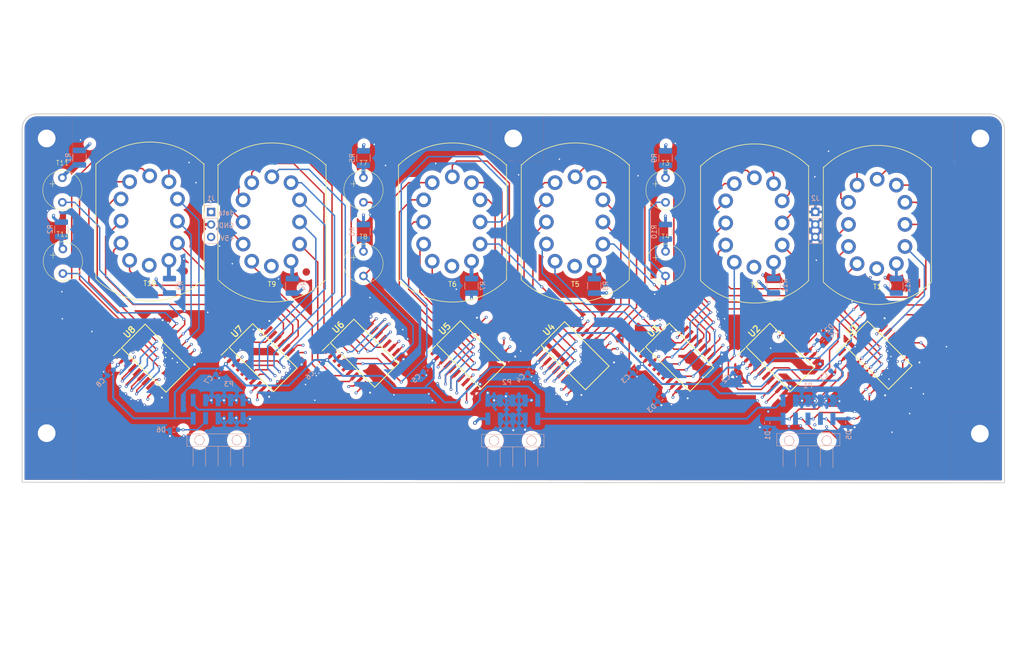
<source format=kicad_pcb>
(kicad_pcb (version 20241229) (generator "pcbnew") (generator_version "9.0")
  (layers (0 "F.Cu" mixed) (4 "In1.Cu" signal) (6 "In2.Cu" signal) (2 "B.Cu" mixed) (13 "F.Paste" user) (15 "B.Paste" user) (5 "F.SilkS" user "F.Silkscreen") (7 "B.SilkS" user "B.Silkscreen") (1 "F.Mask" user) (3 "B.Mask" user) (25 "Edge.Cuts" user))
  (net 0 "")
  (net 1 "+5V")
  (net 2 "GND")
  (net 3 "nixie_data")
  (net 4 "nixie_SRCK")
  (net 5 "nixie_SRCLK")
  (net 6 "nixie_RCLK")
  (net 7 "nixie_display_enable")
  (net 8 "neopixel")
  (net 9 "SafetyLoop_display1_in")
  (net 10 "SafetyLoop_display2_in")
  (net 11 "+170V")
  (net 12 "Net-(R1-Pad2)")
  (net 13 "Net-(R2-Pad2)")
  (net 14 "Net-(T10-hv)")
  (net 15 "Net-(T9-hv)")
  (net 16 "Net-(R5-Pad2)")
  (net 17 "Net-(R6-Pad2)")
  (net 18 "Net-(T5-hv)")
  (net 19 "Net-(R9-Pad2)")
  (net 20 "Net-(R10-Pad2)")
  (net 21 "Net-(T2-hv)")
  (net 22 "Net-(T1-hv)")
  (net 23 "tube1_filament1")
  (net 24 "tube1_filament6")
  (net 26 "tube1_filament2")
  (net 27 "tube1_filament7")
  (net 28 "tube1_filament3")
  (net 29 "tube1_filament8")
  (net 30 "tube1_filament4")
  (net 31 "tube1_filament9")
  (net 32 "tube1_filament5")
  (net 33 "tube1_filament0")
  (net 34 "tube2_filament4")
  (net 35 "tube2_filament0")
  (net 36 "tube2_filament6")
  (net 38 "tube2_filament2")
  (net 39 "tube2_filament7")
  (net 40 "tube2_filament1")
  (net 41 "tube2_filament3")
  (net 42 "tube2_filament5")
  (net 43 "tube2_filament9")
  (net 44 "tube2_filament8")
  (net 45 "indicatorPair1")
  (net 46 "tube3_filament9")
  (net 47 "tube3_filament6")
  (net 48 "tube3_filament7")
  (net 49 "tube3_filament1")
  (net 50 "tube3_filament0")
  (net 52 "tube3_filament3")
  (net 53 "tube3_filament4")
  (net 54 "tube3_filament2")
  (net 55 "tube3_filament8")
  (net 56 "tube3_filament5")
  (net 57 "tube4_filament7")
  (net 58 "tube4_filament3")
  (net 59 "tube4_filament1")
  (net 60 "tube4_filament4")
  (net 61 "tube4_filament8")
  (net 62 "tube4_filament5")
  (net 63 "tube4_filament2")
  (net 64 "Net-(T6-hv)")
  (net 65 "tube4_filament6")
  (net 66 "tube4_filament0")
  (net 68 "tube4_filament9")
  (net 69 "indicatorPair2")
  (net 70 "tube5_filament7")
  (net 71 "tube5_filament6")
  (net 72 "tube5_filament4")
  (net 73 "tube5_filament0")
  (net 74 "tube5_filament9")
  (net 75 "tube5_filament5")
  (net 76 "tube5_filament8")
  (net 77 "tube5_filament1")
  (net 79 "tube5_filament3")
  (net 80 "tube5_filament2")
  (net 81 "tube6_filament5")
  (net 82 "tube6_filament3")
  (net 83 "tube6_filament1")
  (net 84 "tube6_filament8")
  (net 85 "tube6_filament9")
  (net 86 "tube6_filament4")
  (net 88 "tube6_filament2")
  (net 89 "tube6_filament0")
  (net 90 "tube6_filament6")
  (net 91 "tube6_filament7")
  (net 92 "indicator1")
  (net 93 "indicator2")
  (net 94 "Net-(U1-SER_OUT)")
  (net 99 "Net-(U2-SER_OUT)")
  (net 100 "Net-(U3-SER_OUT)")
  (net 103 "Ser_out1")
  (net 106 "Net-(U5-SER_OUT)")
  (net 109 "Net-(U6-SER_OUT)")
  (net 113 "Net-(U7-SER_OUT)")
  (footprint "Footprint drive Dump 1:TPIC6B595DWR" (layer "F.Cu") (at 98.0732 97.131 45)
    (property "Reference" "U7")
    (property "Value" "TPIC6B595" (hide yes))
  )
  (footprint "Footprint drive Dump 1:INS-1" (layer "F.Cu") (at 118.5 63)
    (property "Reference" "T7")
    (property "Value" "~")
  )
  (footprint "Footprint drive Dump 1:IN-12" (layer "F.Cu") (at 99.877 69.5254)
    (property "Reference" "T9")
    (property "Value" "IN-12A")
  )
  (footprint "Footprint drive Dump 1:INS-1" (layer "F.Cu") (at 180 78)
    (property "Reference" "T4")
    (property "Value" "~")
  )
  (footprint "Footprint drive Dump 1:M3 Standoff Footprint" (layer "F.Cu") (at 244.1 52.5)
    (property "Reference" "H4")
    (property "Value" "MountingHole_Pad")
  )
  (footprint "Footprint drive Dump 1:IN-12" (layer "F.Cu") (at 75.015 69.34)
    (property "Reference" "T10")
    (property "Value" "IN-12A")
  )
  (footprint "Footprint drive Dump 1:INS-1" (layer "F.Cu") (at 57.2 63)
    (property "Reference" "T11")
    (property "Value" "~")
  )
  (footprint "Symbol:Symbol_HighVoltage_Triangle_8x7mm_Copper" (layer "F.Cu") (at 63.5 107.2)
    (property "Reference" "REF**" (hide yes))
    (property "Value" "Symbol_HighVoltage_Triangle_8x7mm_Copper" (hide yes))
  )
  (footprint "Footprint drive Dump 1:M3 Standoff Footprint" (layer "F.Cu") (at 54 112.5)
    (property "Reference" "H1")
    (property "Value" "MountingHole_Pad")
  )
  (footprint "Footprint drive Dump 1:INS-1" (layer "F.Cu") (at 118.5 78)
    (property "Reference" "T8")
    (property "Value" "~")
  )
  (footprint "Footprint drive Dump 1:INS-1" (layer "F.Cu") (at 57.3 77.5)
    (property "Reference" "T12")
    (property "Value" "~")
  )
  (footprint "Symbol:Symbol_HighVoltage_Triangle_8x7mm_Copper" (layer "F.Cu") (at 149.1 107.1)
    (property "Reference" "REF**" (hide yes))
    (property "Value" "Symbol_HighVoltage_Triangle_8x7mm_Copper" (hide yes))
  )
  (footprint "Footprint drive Dump 1:TPIC6B595DWR" (layer "F.Cu") (at 118.6752 96.2329 45)
    (property "Reference" "U6")
    (property "Value" "TPIC6B595" (hide yes))
  )
  (footprint "Footprint drive Dump 1:TPIC6B595DWR" (layer "F.Cu") (at 203.3573 97.0508 45)
    (property "Reference" "U2")
    (property "Value" "TPIC6B595" (hide yes))
  )
  (footprint "Footprint drive Dump 1:TPIC6B595DWR" (layer "F.Cu") (at 140.3573 96.5508 45)
    (property "Reference" "U5")
    (property "Value" "TPIC6B595" (hide yes))
  )
  (footprint "Footprint drive Dump 1:TPIC6B595DWR" (layer "F.Cu") (at 223.27395 96.634149 45)
    (property "Reference" "U1")
    (property "Value" "TPIC6B595" (hide yes))
  )
  (footprint "Footprint drive Dump 1:TPIC6B595DWR" (layer "F.Cu") (at 161.5732 96.7329 45)
    (property "Reference" "U4")
    (property "Value" "TPIC6B595" (hide yes))
  )
  (footprint "Kadin Sandbox KiCad7:Logo_Kadin_Medium(~10mm)_soldermask_adjusted_size" (layer "F.Cu") (at 67.8001 116.9936)
    (property "Reference" "REF**" (hide yes))
    (property "Value" "Logo_Kadin_Medium(~{10mm})_soldermask_adjusted_size")
  )
  (footprint "Footprint drive Dump 1:IN-12" (layer "F.Cu") (at 161.627 69.5254)
    (property "Reference" "T5")
    (property "Value" "IN-12A")
  )
  (footprint "Footprint drive Dump 1:IN-12" (layer "F.Cu") (at 223.127 70.0254)
    (property "Reference" "T1")
    (property "Value" "IN-12A")
  )
  (footprint "Footprint drive Dump 1:INS-1" (layer "F.Cu") (at 180 63)
    (property "Reference" "T3")
    (property "Value" "~")
  )
  (footprint "Footprint drive Dump 1:M3 Standoff Footprint" (layer "F.Cu") (at 149 52.5)
    (property "Reference" "H2")
    (property "Value" "MountingHole_Pad")
  )
  (footprint "Symbol:Symbol_HighVoltage_Triangle_8x7mm_Copper" (layer "F.Cu") (at 235.2 107)
    (property "Reference" "REF**" (hide yes))
    (property "Value" "Symbol_HighVoltage_Triangle_8x7mm_Copper" (hide yes))
  )
  (footprint "Footprint drive Dump 1:IN-12" (layer "F.Cu") (at 136.627 69.5254)
    (property "Reference" "T6")
    (property "Value" "IN-12A")
  )
  (footprint "Footprint drive Dump 1:IN-12" (layer "F.Cu") (at 198.127 69.7254)
    (property "Reference" "T2")
    (property "Value" "IN-12A")
  )
  (footprint "Footprint drive Dump 1:TPIC6B595DWR" (layer "F.Cu") (at 182.8573 97.0508 45)
    (property "Reference" "U3")
    (property "Value" "TPIC6B595" (hide yes))
  )
  (footprint "Footprint drive Dump 1:TPIC6B595DWR" (layer "F.Cu") (at 76.1752 97.2329 45)
    (property "Reference" "U8")
    (property "Value" "TPIC6B595" (hide yes))
  )
  (footprint "Footprint drive Dump 1:M3 Standoff Footprint" (layer "F.Cu") (at 54 52.5)
    (property "Reference" "H5")
    (property "Value" "MountingHole_Pad")
  )
  (footprint "Footprint drive Dump 1:M3 Standoff Footprint" (layer "F.Cu") (at 244 112.6)
    (property "Reference" "H3")
    (property "Value" "MountingHole_Pad")
  )
  (footprint "Capacitor_SMD:C_1210_3225Metric" (layer "B.Cu") (at 118.5 56.5 -90)
    (property "Reference" "R5")
    (property "Value" "249k_1210")
  )
  (footprint "Capacitor_SMD:C_0603_1608Metric" (layer "B.Cu") (at 89 99.9 45)
    (property "Reference" "C7")
    (property "Value" "0.1uF_0603")
  )
  (footprint "Footprint drive Dump 1:610110249121" (layer "B.Cu") (at 88.9 112.475)
    (property "Reference" "P3")
    (property "Value" "610110249121" (hide yes))
  )
  (footprint "Capacitor_SMD:C_0603_1608Metric" (layer "B.Cu") (at 214.2 99.3 45)
    (property "Reference" "C1")
    (property "Value" "0.1uF_0603")
  )
  (footprint "Capacitor_SMD:C_1210_3225Metric" (layer "B.Cu") (at 104 82.5 90)
    (property "Reference" "R4")
    (property "Value" "15k_1210")
  )
  (footprint "Capacitor_SMD:C_1210_3225Metric" (layer "B.Cu") (at 165.5 82.5 90)
    (property "Reference" "R8")
    (property "Value" "15k_1210")
  )
  (footprint "Resistor_SMD:R_0603_1608Metric" (layer "B.Cu") (at 217.2 110.375 -90)
    (property "Reference" "D5")
    (property "Value" "TVS_0603")
  )
  (footprint "Capacitor_SMD:C_1210_3225Metric" (layer "B.Cu") (at 202 82.475 90)
    (property "Reference" "R11")
    (property "Value" "15k_1210")
  )
  (footprint "Connector_PinSocket_2.54mm:PinSocket_1x03_P2.54mm_Vertical" (layer "B.Cu") (at 210.5 67.46 180)
    (property "Reference" "J2")
    (property "Value" "Conn_01x03")
  )
  (footprint "Resistor_SMD:R_0603_1608Metric" (layer "B.Cu") (at 211.5 93 45)
    (property "Reference" "D2")
    (property "Value" "TVS_0603")
  )
  (footprint "Resistor_SMD:R_0603_1608Metric" (layer "B.Cu") (at 79.9 111.8 180)
    (property "Reference" "D6")
    (property "Value" "TVS_0603")
  )
  (footprint "Footprint drive Dump 1:610110249121" (layer "B.Cu") (at 148.9 112.575)
    (property "Reference" "P2")
    (property "Value" "610110249121" (hide yes))
  )
  (footprint "Capacitor_SMD:C_0603_1608Metric" (layer "B.Cu") (at 152.5 99.6 45)
    (property "Reference" "C4")
    (property "Value" "0.1uF_0603")
  )
  (footprint "Capacitor_SMD:C_0603_1608Metric" (layer "B.Cu") (at 173.9 99.7 45)
    (property "Reference" "C3")
    (property "Value" "0.1uF_0603")
  )
  (footprint "Resistor_SMD:R_0603_1608Metric" (layer "B.Cu") (at 212.6166 94.0834 45)
    (property "Reference" "D4")
    (property "Value" "TVS_0603")
  )
  (footprint "Capacitor_SMD:C_1210_3225Metric" (layer "B.Cu") (at 57 71 -90)
    (property "Reference" "R2")
    (property "Value" "249k_1210")
  )
  (footprint "Capacitor_SMD:C_1210_3225Metric" (layer "B.Cu") (at 118.5 71.5 -90)
    (property "Reference" "R6")
    (property "Value" "249k_1210")
  )
  (footprint "Connector_PinSocket_2.54mm:PinSocket_1x03_P2.54mm_Vertical" (layer "B.Cu") (at 87.475 67.475 180)
    (property "Reference" "J1")
    (property "Value" "Conn_01x03")
  )
  (footprint "Resistor_SMD:R_0603_1608Metric" (layer "B.Cu") (at 200.7 110.4 -90)
    (property "Reference" "D1")
    (property "Value" "TVS_0603")
  )
  (footprint "Capacitor_SMD:C_1210_3225Metric" (layer "B.Cu") (at 140.5 82.5 90)
    (property "Reference" "R7")
    (property "Value" "15k_1210")
  )
  (footprint "Capacitor_SMD:C_1210_3225Metric" (layer "B.Cu") (at 79 82.5 90)
    (property "Reference" "R3")
    (property "Value" "15k_1210")
  )
  (footprint "Capacitor_SMD:C_0603_1608Metric" (layer "B.Cu") (at 109.6 98.9 45)
    (property "Reference" "C6")
    (property "Value" "0.1uF_0603")
  )
  (footprint "Capacitor_SMD:C_1210_3225Metric" (layer "B.Cu") (at 60.7 56.4 -90)
    (property "Reference" "R1")
    (property "Value" "249k_1210")
  )
  (footprint "Capacitor_SMD:C_1210_3225Metric" (layer "B.Cu") (at 180 71.5 -90)
    (property "Reference" "R10")
    (property "Value" "249k_1210")
  )
  (footprint "Capacitor_SMD:C_0603_1608Metric" (layer "B.Cu") (at 67 100.2 45)
    (property "Reference" "C8")
    (property "Value" "0.1uF_0603")
  )
  (footprint "Resistor_SMD:R_0603_1608Metric" (layer "B.Cu") (at 179 105.4 -135)
    (property "Reference" "D3")
    (property "Value" "TVS_0603")
  )
  (footprint "Capacitor_SMD:C_0603_1608Metric" (layer "B.Cu") (at 131.2 99.4 45)
    (property "Reference" "C5")
    (property "Value" "0.1uF_0603")
  )
  (footprint "Capacitor_SMD:C_1210_3225Metric" (layer "B.Cu") (at 180 56.5 -90)
    (property "Reference" "R9")
    (property "Value" "249k_1210")
  )
  (footprint "Footprint drive Dump 1:610110249121" (layer "B.Cu") (at 209 112.575)
    (property "Reference" "P1")
    (property "Value" "610110249121" (hide yes))
  )
  (footprint "Capacitor_SMD:C_0603_1608Metric" (layer "B.Cu") (at 194.3 99.7 45)
    (property "Reference" "C2")
    (property "Value" "0.1uF_0603")
  )
  (footprint "Capacitor_SMD:C_1210_3225Metric" (layer "B.Cu") (at 227 82.5 90)
    (property "Reference" "R12")
    (property "Value" "15k_1210")
  )
  (gr_line (start 249 122.6) (end 249 50.5) (stroke (width 0.2)) (layer "Edge.Cuts"))
  (gr_arc (start 49 50.5) (mid 49.87868 48.37868) (end 52 47.5) (stroke (width 0.2)) (layer "Edge.Cuts"))
  (gr_arc (start 246 47.5) (mid 248.12132 48.37868) (end 249 50.5) (stroke (width 0.2)) (layer "Edge.Cuts"))
  (gr_line (start 49 122.5) (end 249 122.6) (stroke (width 0.2)) (layer "Edge.Cuts"))
  (gr_line (start 52 47.5) (end 246 47.5) (stroke (width 0.2)) (layer "Edge.Cuts"))
  (gr_line (start 49 122.5) (end 49 50.5) (stroke (width 0.2)) (layer "Edge.Cuts"))
  (gr_text "data" (at 92.3 68.2 0) (layer "B.SilkS") (effects (font (size 1 1)) (justify left bottom mirror)))
  (gr_text "+5V" (at 92.5 73.4 0) (layer "B.SilkS") (effects (font (size 1 1)) (justify left bottom mirror)))
  (gr_text "GND" (at 92.2 70.8 0) (layer "B.SilkS") (effects (font (size 1 1)) (justify left bottom mirror)))
  (segment (start 112.191031 96.43089) (end 112.191031 96.508969) (width 0.4) (layer "F.Cu") (net 1))
  (segment (start 133.85121 96.74879) (end 132.8 97.8) (width 0.6) (layer "F.Cu") (net 1))
  (segment (start 69.66911 97.43089) (end 68.5 98.6) (width 0.4) (layer "F.Cu") (net 1))
  (segment (start 133.873131 96.74879) (end 133.85121 96.74879) (width 0.6) (layer "F.Cu") (net 1))
  (segment (start 69.691031 97.43089) (end 69.66911 97.43089) (width 0.4) (layer "F.Cu") (net 1))
  (segment (start 196.873131 97.24879) (end 196.85121 97.24879) (width 0.4) (layer "F.Cu") (net 1))
  (segment (start 196.85121 97.24879) (end 195.8 98.3) (width 0.4) (layer "F.Cu") (net 1))
  (segment (start 91.57101 97.32899) (end 90.5 98.4) (width 0.4) (layer "F.Cu") (net 1))
  (segment (start 155.089031 97.010969) (end 154 98.1) (width 0.6) (layer "F.Cu") (net 1))
  (segment (start 133.873131 96.74879) (end 133.873131 96.826869) (width 0.6) (layer "F.Cu") (net 1))
  (segment (start 155.089031 96.93089) (end 155.089031 97.010969) (width 0.6) (layer "F.Cu") (net 1))
  (segment (start 176.35121 97.24879) (end 175.2 98.4) (width 0.4) (layer "F.Cu") (net 1))
  (segment (start 155.089031 96.93089) (end 155.06911 96.93089) (width 0.6) (layer "F.Cu") (net 1))
  (segment (start 216.767861 96.832139) (end 216.789781 96.832139) (width 0.4) (layer "F.Cu") (net 1))
  (segment (start 215.5 98.1) (end 216.767861 96.832139) (width 0.4) (layer "F.Cu") (net 1))
  (segment (start 91.589031 97.32899) (end 91.57101 97.32899) (width 0.4) (layer "F.Cu") (net 1))
  (segment (start 112.191031 96.508969) (end 111.1 97.6) (width 0.4) (layer "F.Cu") (net 1))
  (segment (start 176.373131 97.24879) (end 176.35121 97.24879) (width 0.4) (layer "F.Cu") (net 1))
  (via (at 68.5 98.6) (size 0.8) (drill 0.4) (layers "F.Cu" "B.Cu") (net 1))
  (via (at 175.2 98.4) (size 0.8) (drill 0.4) (layers "F.Cu" "B.Cu") (net 1))
  (via (at 111.1 97.6) (size 0.8) (drill 0.4) (layers "F.Cu" "B.Cu") (net 1))
  (via (at 154 98.1) (size 0.8) (drill 0.4) (layers "F.Cu" "B.Cu") (net 1))
  (via (at 195.8 98.3) (size 0.8) (drill 0.4) (layers "F.Cu" "B.Cu") (net 1))
  (via (at 215.5 98.1) (size 0.8) (drill 0.4) (layers "F.Cu" "B.Cu") (net 1))
  (via (at 90.5 98.4) (size 0.8) (drill 0.4) (layers "F.Cu" "B.Cu") (net 1))
  (via (at 132.8 97.8) (size 0.8) (drill 0.4) (layers "F.Cu" "B.Cu") (net 1))
  (segment (start 214.748008 98.751992) (end 214.848008 98.751992) (width 0.4) (layer "B.Cu") (net 1))
  (segment (start 111.1 97.6) (end 108.5 97.6) (width 0.4) (layer "B.Cu") (net 1))
  (segment (start 110.9 97.6) (end 110.148008 98.351992) (width 0.4) (layer "B.Cu") (net 1))
  (segment (start 153.048008 99.051992) (end 160 92.1) (width 0.4) (layer "B.Cu") (net 1))
  (segment (start 103.299 102.801) (end 94.601 102.801) (width 0.4) (layer "B.Cu") (net 1))
  (segment (start 179.3 102.5) (end 168.9 92.1) (width 0.4) (layer "B.Cu") (net 1))
  (segment (start 80.1 104.2) (end 80.1 109.465) (width 0.4) (layer "B.Cu") (net 1))
  (segment (start 214.848008 98.751992) (end 215.5 98.1) (width 0.4) (layer "B.Cu") (net 1))
  (segment (start 154 98.1) (end 153.048008 99.051992) (width 0.6) (layer "B.Cu") (net 1))
  (segment (start 108.5 97.6) (end 103.299 102.801) (width 0.4) (layer "B.Cu") (net 1))
  (segment (start 191.1 104.4) (end 189.2 102.5) (width 0.4) (layer "B.Cu") (net 1))
  (segment (start 132.101 103.301) (end 135 106.2) (width 0.4) (layer "B.Cu") (net 1))
  (segment (start 94.601 102.801) (end 90.5 98.7) (width 0.4) (layer "B.Cu") (net 1))
  (segment (start 135 106.2) (end 137.3 106.2) (width 0.4) (layer "B.Cu") (net 1))
  (segment (start 203.5 101.8) (end 200.9 104.4) (width 0.4) (layer "B.Cu") (net 1))
  (segment (start 137.3 106.2) (end 144.448008 99.051992) (width 0.4) (layer "B.Cu") (net 1))
  (segment (start 192.548008 99.151992) (end 189.2 102.5) (width 0.4) (layer "B.Cu") (net 1))
  (segment (start 175.2 98.4) (end 174.448008 99.151992) (width 0.4) (layer "B.Cu") (net 1))
  (segment (start 144.448008 99.051992) (end 153.048008 99.051992) (width 0.4) (layer "B.Cu") (net 1))
  (segment (start 195.7 98.3) (end 194.848008 99.151992) (width 0.4) (layer "B.Cu") (net 1))
  (segment (start 132.8 101.4) (end 132.8 97.8) (width 0.4) (layer "B.Cu") (net 1))
  (segment (start 214.748008 98.751992) (end 216.1 100.103984) (width 0.4) (layer "B.Cu") (net 1))
  (segment (start 189.2 102.5) (end 179.3 102.5) (width 0.4) (layer "B.Cu") (net 1))
  (segment (start 67.548008 105.348008) (end 71.665 109.465) (width 0.4) (layer "B.Cu") (net 1))
  (segment (start 84.948008 99.351992) (end 80.1 104.2) (width 0.4) (layer "B.Cu") (net 1))
  (segment (start 89.548008 99.351992) (end 84.948008 99.351992) (width 0.4) (layer "B.Cu") (net 1))
  (segment (start 90.5 98.4) (end 89.548008 99.351992) (width 0.4) (layer "B.Cu") (net 1))
  (segment (start 114.342186 100.842186) (end 122.241186 100.842186) (width 0.4) (layer "B.Cu") (net 1))
  (segment (start 132.8 97.8) (end 131.748008 98.851992) (width 0.6) (layer "B.Cu") (net 1))
  (segment (start 124.7 103.301) (end 130.899 103.301) (width 0.4) (layer "B.Cu") (net 1))
  (segment (start 90.5 98.7) (end 90.5 98.4) (width 0.4) (layer "B.Cu") (net 1))
  (segment (start 200.9 104.4) (end 191.1 104.4) (width 0.4) (layer "B.Cu") (net 1))
  (segment (start 168.9 92.1) (end 175.2 98.4) (width 0.4) (layer "B.Cu") (net 1))
  (segment (start 216.1 100.103984) (end 216.1 100.8) (width 0.4) (layer "B.Cu") (net 1))
  (segment (start 130.899 103.301) (end 132.101 103.301) (width 0.4) (layer "B.Cu") (net 1))
  (segment (start 111.1 97.6) (end 110.9 97.6) (width 0.4) (layer "B.Cu") (net 1))
  (segment (start 130.899 103.301) (end 132.8 101.4) (width 0.4) (layer "B.Cu") (net 1))
  (segment (start 215.1 101.8) (end 203.5 101.8) (width 0.4) (layer "B.Cu") (net 1))
  (segment (start 111.1 97.6) (end 114.342186 100.842186) (width 0.4) (layer "B.Cu") (net 1))
  (segment (start 195.8 98.3) (end 195.7 98.3) (width 0.4) (layer "B.Cu") (net 1))
  (segment (start 71.665 109.465) (end 80.1 109.465) (width 0.4) (layer "B.Cu") (net 1))
  (segment (start 160 92.1) (end 168.9 92.1) (width 0.4) (layer "B.Cu") (net 1))
  (segment (start 216.1 100.8) (end 215.1 101.8) (width 0.4) (layer "B.Cu") (net 1))
  (segment (start 68.5 98.7) (end 67.548008 99.651992) (width 0.4) (layer "B.Cu") (net 1))
  (segment (start 194.848008 99.151992) (end 192.548008 99.151992) (width 0.4) (layer "B.Cu") (net 1))
  (segment (start 122.241186 100.842186) (end 124.7 103.301) (width 0.4) (layer "B.Cu") (net 1))
  (segment (start 80.1 109.465) (end 83.82 109.465) (width 0.4) (layer "B.Cu") (net 1))
  (segment (start 68.5 98.6) (end 68.5 98.7) (width 0.4) (layer "B.Cu") (net 1))
  (segment (start 67.548008 99.651992) (end 67.548008 105.348008) (width 0.4) (layer "B.Cu") (net 1))
  (segment (start 204.057336 104.432995) (end 204.057336 104.342664) (width 0.6) (layer "F.Cu") (net 2))
  (segment (start 77.6 89.5) (end 76.37319 90.72681) (width 0.6) (layer "F.Cu") (net 2))
  (segment (start 149.4 96.9) (end 148.090331 96.9) (width 0.6) (layer "F.Cu") (net 2))
  (segment (start 119.85 104.25) (end 119.375236 103.775236) (width 0.6) (layer "F.Cu") (net 2))
  (segment (start 210.739495 97.750836) (end 210.850836 97.750836) (width 0.6) (layer "F.Cu") (net 2))
  (segment (start 169.5 98.1) (end 168.955395 97.555395) (width 0.6) (layer "F.Cu") (net 2))
  (segment (start 119.95 88.75) (end 118.951269 89.748731) (width 0.6) (layer "F.Cu") (net 2))
  (segment (start 119.375236 103.775236) (end 119.375236 103.615095) (width 0.6) (layer "F.Cu") (net 2))
  (segment (start 84.1 98.5) (end 83.557395 97.957395) (width 0.6) (layer "F.Cu") (net 2))
  (segment (start 162.919921 89.1) (end 161.77119 90.248731) (width 0.6) (layer "F.Cu") (net 2))
  (segment (start 148.090331 96.9) (end 147.739495 97.250836) (width 0.6) (layer "F.Cu") (net 2))
  (segment (start 190.239495 97.750836) (end 190.249164 97.750836) (width 0.6) (layer "F.Cu") (net 2))
  (segment (start 76.875236 104.675236) (end 76.875236 104.615095) (width 0.6) (layer "F.Cu") (net 2))
  (segment (start 87.475 70.015) (end 85.315 70.015) (width 0.6) (layer "F.Cu") (net 2))
  (segment (start 99.3 105.1) (end 98.773236 104.573236) (width 0.6) (layer "F.Cu") (net 2))
  (segment (start 105.455395 98.055395) (end 105.455395 97.831036) (width 0.6) (layer "F.Cu") (net 2))
  (segment (start 98.353169 90.646831) (end 98.27119 90.646831) (width 0.6) (layer "F.Cu") (net 2))
  (segment (start 105.9 98.5) (end 105.455395 98.055395) (width 0.6) (layer "F.Cu") (net 2))
  (segment (start 77.45 105.25) (end 76.875236 104.675236) (width 0.6) (layer "F.Cu") (net 2))
  (segment (start 99.35 89.65) (end 98.353169 90.646831) (width 0.6) (layer "F.Cu") (net 2))
  (segment (start 142.236397 102.536397) (end 142.236397 102.753934) (width 0.6) (layer "F.Cu") (net 2))
  (segment (start 141.6 89) (end 140.55529 90.04471) (width 0.6) (layer "F.Cu") (net 2))
  (segment (start 210.850836 97.750836) (end 211.5 98.4) (width 0.6) (layer "F.Cu") (net 2))
  (segment (start 204.057336 104.342664) (end 205.4 103) (width 0.6) (layer "F.Cu") (net 2))
  (segment (start 190.239495 97.750836) (end 190.239495 97.839495) (width 0.6) (layer "F.Cu") (net 2))
  (segment (start 223.55002 90.14998) (end 223.47194 90.14998) (width 0.6) (layer "F.Cu") (net 2))
  (segment (start 230.934185 97.334185) (end 231.7 98.1) (width 0.6) (layer "F.Cu") (net 2))
  (segment (start 223.973986 104.016344) (end 223.973986 104.073986) (width 0.6) (layer "F.Cu") (net 2))
  (segment (start 202.5 91.6) (end 202.521921 91.6) (width 0.6) (layer "F.Cu") (net 2))
  (segment (start 168.955395 97.555395) (end 168.955395 97.432936) (width 0.6) (layer "F.Cu") (net 2))
  (segment (start 118.951269 89.748731) (end 118.87319 89.748731) (width 0.6) (layer "F.Cu") (net 2))
  (segment (start 98.773236 104.573236) (end 98.773236 104.513195) (width 0.6) (layer "F.Cu") (net 2))
  (segment (start 126.65 97.45) (end 126.132936 96.932936) (width 0.6) (layer "F.Cu") (net 2))
  (segment (start 190.239495 97.839495) (end 191.2 98.8) (width 0.6) (layer "F.Cu") (net 2))
  (segment (start 126.132936 96.932936) (end 126.057395 96.932936) (width 0.6) (layer "F.Cu") (net 2))
  (segment (start 230.656145 97.334185) (end 230.934185 97.334185) (width 0.6) (layer "F.Cu") (net 2))
  (segment (start 224.6 89.1) (end 223.55002 90.14998) (width 0.6) (layer "F.Cu") (net 2))
  (segment (start 202.521921 91.6) (end 203.55529 90.566631) (width 0.6) (layer "F.Cu") (net 2))
  (segment (start 183.05529 90.566631) (end 183.133369 90.566631) (width 0.6) (layer "F.Cu") (net 2))
  (segment (start 142.236397 102.753934) (end 141.057336 103.932995) (width 0.6) (layer "F.Cu") (net 2))
  (segment (start 183.557336 104.457336) (end 184.5 105.4) (width 0.6) (layer "F.Cu") (net 2))
  (segment (start 83.557395 97.957395) (end 83.557395 97.932936) (width 0.6) (layer "F.Cu") (net 2))
  (segment (start 76.37319 90.72681) (end 76.37319 90.748731) (width 0.6) (layer "F.Cu") (net 2))
  (segment (start 223.973986 104.073986) (end 224.7 104.8) (width 0.6) (layer "F.Cu") (net 2))
  (segment (start 182.11096 91.51096) (end 183.05529 90.566631) (width 0.6) (layer "F.Cu") (net 2))
  (segment (start 85.315 70.015) (end 85.3 70) (width 0.6) (layer "F.Cu") (net 2))
  (segment (start 190.249164 97.750836) (end 191.5 96.5) (width 0.6) (layer "F.Cu") (net 2))
  (segment (start 183.557336 104.432995) (end 183.557336 104.457336) (width 0.6) (layer "F.Cu") (net 2))
  (segment (start 203.55529 90.566631) (end 203.55529 90.54471) (width 0.6) (layer "F.Cu") (net 2))
  (segment (start 162.87907 104.72093) (end 162.273236 104.115095) (width 0.6) (layer "F.Cu") (net 2))
  (segment (start 140.55529 90.04471) (end 140.55529 90.066631) (width 0.6) (layer "F.Cu") (net 2))
  (via (at 210.4 105.9) (size 0.8) (drill 0.4) (layers "F.Cu" "B.Cu") (net 2))
  (via (at 210.7 77.3) (size 0.6) (drill 0.3) (layers "F.Cu" "B.Cu") (net 2))
  (via (at 72.6 105.9) (size 0.6) (drill 0.3) (layers "F.Cu" "B.Cu") (net 2))
  (via (at 174.4 60.1) (size 0.6) (drill 0.3) (layers "F.Cu" "B.Cu") (net 2))
  (via (at 162.87907 104.72093) (size 0.8) (drill 0.4) (layers "F.Cu" "B.Cu") (net 2))
  (via (at 57.1 83.7) (size 0.6) (drill 0.3) (layers "F.Cu" "B.Cu") (net 2))
  (via (at 123 58) (size 0.6) (drill 0.3) (layers "F.Cu" "B.Cu") (net 2))
  (via (at 89.1 101.3) (size 0.6) (drill 0.3) (layers "F.Cu" "B.Cu") (net 2))
  (via (at 176.5 88.6) (size 0.6) (drill 0.3) (layers "F.Cu" "B.Cu") (net 2))
  (via (at 69.2 99.8) (size 0.6) (drill 0.3) (layers "F.Cu" "B.Cu") (net 2))
  (via (at 68.9 103) (size 0.6) (drill 0.3) (layers "F.Cu" "B.Cu") (net 2))
  (via (at 178.1 95.6) (size 0.6) (drill 0.3) (layers "F.Cu" "B.Cu") (net 2))
  (via (at 150.1 59.9) (size 0.6) (drill 0.3) (layers "F.Cu" "B.Cu") (net 2))
  (via (at 71.2 105.6) (size 0.6) (drill 0.3) (layers "F.Cu" "B.Cu") (net 2))
  (via (at 162.8 98) (size 0.6) (drill 0.3) (layers "F.Cu" "B.Cu") (net 2))
  (via (at 83 57.4) (size 0.6) (drill 0.3) (layers "F.Cu" "B.Cu") (net 2))
  (via (at 207.8 105.9) (size 0.8) (drill 0.4) (layers "F.Cu" "B.Cu") (net 2))
  (via (at 85.5 96.1) (size 0.6) (drill 0.3) (layers "F.Cu" "B.Cu") (net 2))
  (via (at 119.8 84.9) (size 0.6) (drill 0.3) (layers "F.Cu" "B.Cu") (net 2))
  (via (at 182.11096 91.51096) (size 0.8) (drill 0.4) (layers "F.Cu" "B.Cu") (net 2))
  (via (at 218.6 94.9) (size 0.6) (drill 0.3) (layers "F.Cu" "B.Cu") (net 2))
  (via (at 99.35 89.65) (size 0.8) (drill 0.4) (layers "F.Cu" "B.Cu") (net 2))
  (via (at 73.9 106.8) (size 0.6) (drill 0.3) (layers "F.Cu" "B.Cu") (net 2))
  (via (at 225.3 97.7) (size 0.6) (drill 0.3) (layers "F.Cu" "B.Cu") (net 2))
  (via (at 90.1 105.8) (size 0.8) (drill 0.4) (layers "F.Cu" "B.Cu") (net 2))
  (via (at 95.2 105.7) (size 0.8) (drill 0.4) (layers "F.Cu" "B.Cu") (net 2))
  (via (at 201.4 95.2) (size 0.6) (drill 0.3) (layers "F.Cu" "B.Cu") (net 2))
  (via (at 224.7 104.8) (size 0.8) (drill 0.4) (layers "F.Cu" "B.Cu") (net 2))
  (via (at 225.2 99.3) (size 0.6) (drill 0.3) (layers "F.Cu" "B.Cu") (net 2))
  (via (at 79.1 113.1) (size 0.8) (drill 0.4) (layers "F.Cu" "B.Cu") (net 2))
  (via (at 215.4 106) (size 0.8) (drill 0.4) (layers "F.Cu" "B.Cu") (net 2))
  (via (at 105.9 98.5) (size 0.8) (drill 0.4) (layers "F.Cu" "B.Cu") (net 2))
  (via (at 154.5 102.6) (size 0.6) (drill 0.3) (layers "F.Cu" "B.Cu") (net 2))
  (via (at 146.4 111.9) (size 0.8) (drill 0.4) (layers "F.Cu" "B.Cu") (net 2))
  (via (at 205.4 103) (size 0.8) (drill 0.4) (layers "F.Cu" "B.Cu") (net 2))
  (via (at 92.6 105.8) (size 0.8) (drill 0.4) (layers "F.Cu" "B.Cu") (net 2))
  (via (at 153.2 102.2) (size 0.6) (drill 0.3) (layers "F.Cu" "B.Cu") (net 2))
  (via (at 63.2 91.8) (size 0.6) (drill 0.3) (layers "F.Cu" "B.Cu") (net 2))
  (via (at 93.4 95.5) (size 0.6) (drill 0.3) (layers "F.Cu" "B.Cu") (net 2))
  (via (at 191.2 98.8) (size 0.8) (drill 0.4) (layers "F.Cu" "B.Cu") (net 2))
  (via (at 102 101.2) (size 0.6) (drill 0.3) (layers "F.Cu" "B.Cu") (net 2))
  (via (at 78.1 98.6) (size 0.6) (drill 0.3) (layers "F.Cu" "B.Cu") (net 2))
  (via (at 162.8 94.9) (size 0.6) (drill 0.3) (layers "F.Cu" "B.Cu") (net 2))
  (via (at 106.7 102.6) (size 0.6) (drill 0.3) (layers "F.Cu" "B.Cu") (net 2))
  (via (at 132.5 105.9) (size 0.6) (drill 0.3) (layers "F.Cu" "B.Cu") (net 2))
  (via (at 157.7 104.6) (size 0.6) (drill 0.3) (layers "F.Cu" "B.Cu") (net 2))
  (via (at 225 94.8) (size 0.6) (drill 0.3) (layers "F.Cu" "B.Cu") (net 2))
  (via (at 205.1 111.1) (size 0.6) (drill 0.3) (layers "F.Cu" "B.Cu") (net 2))
  (via (at 78.2 97.1) (size 0.6) (drill 0.3) (layers "F.Cu" "B.Cu") (net 2))
  (via (at 174.2 101) (size 0.6) (drill 0.3) (layers "F.Cu" "B.Cu") (net 2))
  (via (at 179.166489 106.812922) (size 0.8) (drill 0.4) (layers "F.Cu" "B.Cu") (net 2))
  (via (at 177.8 84.2) (size 0.6) (drill 0.3) (layers "F.Cu" "B.Cu") (net 2))
  (via (at 207.5 111) (size 0.6) (drill 0.3) (layers "F.Cu" "B.Cu") (net 2))
  (via (at 218.5 108.1) (size 0.6) (drill 0.3) (layers "F.Cu" "B.Cu") (net 2))
  (via (at 77.6 95.1) (size 0.6) (drill 0.3) (layers "F.Cu" "B.Cu") (net 2))
  (via (at 82.1 87.6) (size 0.6) (drill 0.3) (layers "F.Cu" "B.Cu") (net 2))
  (via (at 210.4 60.3) (size 0.6) (drill 0.3) (layers "F.Cu" "B.Cu") (net 2))
  (via (at 158.4 56.7) (size 0.6) (drill 0.3) (layers "F.Cu" "B.Cu") (net 2))
  (via (at 229.7 108.5) (size 0.6) (drill 0.3) (layers "F.Cu" "B.Cu") (net 2))
  (via (at 187.6 101.1) (size 0.6) (drill 0.3) (layers "F.Cu" "B.Cu") (net 2))
  (via (at 120.7 53.7) (size 0.6) (drill 0.3) (layers "F.Cu" "B.Cu") (net 2))
  (via (at 171 96.1) (size 0.6) (drill 0.3) (layers "F.Cu" "B.Cu") (net 2))
  (via (at 108.6 105.8) (size 0.6) (drill 0.3) (layers "F.Cu" "B.Cu") (net 2))
  (via (at 99.3 105.1) (size 0.8) (drill 0.4) (layers "F.Cu" "B.Cu") (net 2))
  (via (at 145.1 105.8) (size 0.8) (drill 0.4) (layers "F.Cu" "B.Cu") (net 2))
  (via (at 212.8 111.2) (size 0.6) (drill 0.3) (layers "F.Cu" "B.Cu") (net 2))
  (via (at 142.1 95.8) (size 0.6) (drill 0.3) (layers "F.Cu" "B.Cu") (net 2))
  (via (at 142.236397 102.536397) (size 0.8) (drill 0.4) (layers "F.Cu" "B.Cu") (net 2))
  (via (at 54.2 67.2) (size 0.6) (drill 0.3) (layers "F.Cu" "B.Cu") (net 2))
  (via (at 199.8 80.3) (size 0.6) (drill 0.3) (layers "F.Cu" "B.Cu") (net 2))
  (via (at 191.1 90.8) (size 0.6) (drill 0.3) (layers "F.Cu" "B.Cu") (net 2))
  (via (at 81.9 113.1) (size 0.6) (drill 0.3) (layers "F.Cu" "B.Cu") (net 2))
  (via (at 212.7 105.9) (size 0.8) (drill 0.4) (layers "F.Cu" "B.Cu") (net 2))
  (via (at 191.5 96.5) (size 0.8) (drill 0.4) (layers "F.Cu" "B.Cu") (net 2))
  (via (at 101.2 81.1) (size 0.6) (drill 0.3) (layers "F.Cu" "B.Cu") (net 2))
  (via (at 190.6 87.8) (size 0.6) (drill 0.3) (layers "F.Cu" "B.Cu") (net 2))
  (via (at 230 103.3) (size 0.6) (drill 0.3) (layers "F.Cu" "B.Cu") (net 2))
  (via (at 192 89.2) (size 0.6) (drill 0.3) (layers "F.Cu" "B.Cu") (net 2))
  (via (at 149 111.9) (size 0.8) (drill 0.4) (layers "F.Cu" "B.Cu") (net 2))
  (via (at 124.7 104.7) (size 0.6) (drill 0.3) (layers "F.Cu" "B.Cu") (net 2))
  (via (at 169.5 98.1) (size 0.8) (drill 0.4) (layers "F.Cu" "B.Cu") (net 2))
  (via (at 79.6 97.3) (size 0.6) (drill 0.3) (layers "F.Cu" "B.Cu") (net 2))
  (via (at 91.8 78) (size 0.6) (drill 0.3) (layers "F.Cu" "B.Cu") (net 2))
  (via (at 153.7 100.3) (size 0.6) (drill 0.3) (layers "F.Cu" "B.Cu") (net 2))
  (via (at 171.015686 93.084314) (size 0.6) (drill 0.3) (layers "F.Cu" "B.Cu") (net 2))
  (via (at 87.4 65.4) (size 0.6) (drill 0.3) (layers "F.Cu" "B.Cu") (net 2))
  (via (at 182 53.5) (size 0.6) (drill 0.3) (layers "F.Cu" "B.Cu") (net 2))
  (via (at 190.8 89.2) (size 0.6) (drill 0.3) (layers "F.Cu" "B.Cu") (net 2))
  (via (at 65.6 100) (size 0.6) (drill 0.3) (layers "F.Cu" "B.Cu") (net 2))
  (via (at 225.5 101.5) (size 0.6) (drill 0.3) (layers "F.Cu" "B.Cu") (net 2))
  (via (at 133.6 102.4) (size 0.6) (drill 0.3) (layers "F.Cu" "B.Cu") (net 2))
  (via (at 152.7 105.8) (size 0.8) (drill 0.4) (layers "F.Cu" "B.Cu") (net 2))
  (via (at 147.5 105) (size 0.8) (drill 0.4) (layers "F.Cu" "B.Cu") (net 2))
  (via (at 181.2 91.8) (size 0.6) (drill 0.3) (layers "F.Cu" "B.Cu") (net 2))
  (via (at 89.2 74.4) (size 0.6) (drill 0.3) (layers "F.Cu" "B.Cu") (net 2))
  (via (at 127.5 93.3) (size 0.6) (drill 0.3) (layers "F.Cu" "B.Cu") (net 2))
  (via (at 152.7 101) (size 0.6) (drill 0.3) (layers "F.Cu" "B.Cu") (net 2))
  (via (at 159.9 106.6) (size 0.6) (drill 0.3) (layers "F.Cu" "B.Cu") (net 2))
  (via (at 90.1 109.5) (size 0.8) (drill 0.4) (layers "F.Cu" "B.Cu") (net 2))
  (via (at 77.6 89.5) (size 0.8) (drill 0.4) (layers "F.Cu" "B.Cu") (net 2))
  (via (at 141.6 89) (size 0.8) (drill 0.4) (layers "F.Cu" "B.Cu") (net 2))
  (via (at 92.6 109.4) (size 0.8) (drill 0.4) (layers "F.Cu" "B.Cu") (net 2))
  (via (at 60.9 52.8) (size 0.6) (drill 0.3) (layers "F.Cu" "B.Cu") (net 2))
  (via (at 148.5 93.3) (size 0.6) (drill 0.3) (layers "F.Cu" "B.Cu") (net 2))
  (via (at 192.4 92.5) (size 0.6) (drill 0.3) (layers "F.Cu" "B.Cu") (net 2))
  (via (at 199.2 111.3) (size 0.8) (drill 0.4) (layers "F.Cu" "B.Cu") (net 2))
  (via (at 213.9 92.7) (size 0.6) (drill 0.3) (layers "F.Cu" "B.Cu") (net 2))
  (via (at 202.5 91.6) (size 0.8) (drill 0.4) (layers "F.Cu" "B.Cu") (net 2))
  (via (at 119.95 88.75) (size 0.8) (drill 0.4) (layers "F.Cu" "B.Cu") (net 2))
  (via (at 119.9 68) (size 0.6) (drill 0.3) (layers "F.Cu" "B.Cu") (net 2))
  (via (at 67.3 98.1) (size 0.6) (drill 0.3) (layers "F.Cu" "B.Cu") (net 2))
  (via (at 214.3 100.5) (size 0.6) (drill 0.3) (layers "F.Cu" "B.Cu") (net 2))
  (via (at 200.9 108.1) (size 0.6) (drill 0.3) (layers "F.Cu" "B.Cu") (net 2))
  (via (at 101 102) (size 0.6) (drill 0.3) (layers "F.Cu" "B.Cu") (net 2))
  (via (at 224.7 80.8) (size 0.6) (drill 0.3) (layers "F.Cu" "B.Cu") (net 2))
  (via (at 87.5 105.8) (size 0.8) (drill 0.4) (layers "F.Cu" "B.Cu") (net 2))
  (via (at 80.6 98.1) (size 0.6) (drill 0.3) (layers "F.Cu" "B.Cu") (net 2))
  (via (at 218.5 111.3) (size 0.8) (drill 0.4) (layers "F.Cu" "B.Cu") (net 2))
  (via (at 78.7 90) (size 0.6) (drill 0.3) (layers "F.Cu" "B.Cu") (net 2))
  (via (at 225.9 96.9) (size 0.6) (drill 0.3) (layers "F.Cu" "B.Cu") (net 2))
  (via (at 102.8 100.3) (size 0.6) (drill 0.3) (layers "F.Cu" "B.Cu") (net 2))
  (via (at 220.5 105.7) (size 0.6) (drill 0.3) (layers "F.Cu" "B.Cu") (net 2))
  (via (at 192.8 95.1) (size 0.6) (drill 0.3) (layers "F.Cu" "B.Cu") (net 2))
  (via (at 103.4 98.4) (size 0.6) (drill 0.3) (layers "F.Cu" "B.Cu") (net 2))
  (via (at 108.908137 100.791863) (size 0.6) (drill 0.3) (layers "F.Cu" "B.Cu") (net 2))
  (via (at 225.2 95.8) (size 0.6) (drill 0.3) (layers "F.Cu" "B.Cu") (net 2))
  (via (at 198.7 105.9) (size 0.6) (drill 0.3) (layers "F.Cu" "B.Cu") (net 2))
  (via (at 77.45 105.25) (size 0.8) (drill 0.4) (layers "F.Cu" "B.Cu") (net 2))
  (via (at 237.2 94.9) (size 0.6) (drill 0.3) (layers "F.Cu" "B.Cu") (net 2))
  (via (at 133.2 57.6) (size 0.6) (drill 0.3) (layers "F.Cu" "B.Cu") (net 2))
  (via (at 177.6 102.6) (size 0.6) (drill 0.3) (layers "F.Cu" "B.Cu") (net 2))
  (via (at 151.4 111.8) (size 0.8) (drill 0.4) (layers "F.Cu" "B.Cu") (net 2))
  (via (at 195.5 102) (size 0.6) (drill 0.3) (layers "F.Cu" "B.Cu") (net 2))
  (via (at 218 85.7) (size 0.6) (drill 0.3) (layers "F.Cu" "B.Cu") (net 2))
  (via (at 227.2 97.9) (size 0.6) (drill 0.3) (layers "F.Cu" "B.Cu") (net 2))
  (via (at 95.4 109.6) (size 0.8) (drill 0.4) (layers "F.Cu" "B.Cu") (net 2))
  (via (at 169.5 85) (size 0.6) (drill 0.3) (layers "F.Cu" "B.Cu") (net 2))
  (via (at 57.2 89.2) (size 0.6) (drill 0.3) (layers "F.Cu" "B.Cu") (net 2))
  (via (at 162.8 96.6) (size 0.6) (drill 0.3) (layers "F.Cu" "B.Cu") (net 2))
  (via (at 150.5 95.8) (size 0.6) (drill 0.3) (layers "F.Cu" "B.Cu") (net 2))
  (via (at 181.2 106.7) (size 0.6) (drill 0.3) (layers "F.Cu" "B.Cu") (net 2))
  (via (at 81.9 77) (size 0.6) (drill 0.3) (layers "F.Cu" "B.Cu") (net 2))
  (via (at 78.3 96.1) (size 0.6) (drill 0.3) (layers "F.Cu" "B.Cu") (net 2))
  (via (at 126.65 97.45) (size 0.8) (drill 0.4) (layers "F.Cu" "B.Cu") (net 2))
  (via (at 221.7 80.8) (size 0.6) (drill 0.3) (layers "F.Cu" "B.Cu") (net 2))
  (via (at 224 100.6) (size 0.6) (drill 0.3) (layers "F.Cu" "B.Cu") (net 2))
  (via (at 119.85 104.25) (size 0.8) (drill 0.4) (layers "F.Cu" "B.Cu") (net 2))
  (via (at 232.5 104.5) (size 0.6) (drill 0.3) (layers "F.Cu" "B.Cu") (net 2))
  (via (at 126.5 91.4) (size 0.6) (drill 0.3) (layers "F.Cu" "B.Cu") (net 2))
  (via (at 71.6 96) (size 0.6) (drill 0.3) (layers "F.Cu" "B.Cu") (net 2))
  (via (at 131.8 104.5) (size 0.6) (drill 0.3) (layers "F.Cu" "B.Cu") (net 2))
  (via (at 84.1 98.5) (size 0.8) (drill 0.4) (layers "F.Cu" "B.Cu") (net 2))
  (via (at 178.9 89.3) (size 0.6) (drill 0.3) (layers "F.Cu" "B.Cu") (net 2))
  (via (at 86.8 87.9) (size 0.6) (drill 0.3) (layers "F.Cu" "B.Cu") (net 2))
  (via (at 96.1 91.4) (size 0.6) (drill 0.3) (layers "F.Cu" "B.Cu") (net 2))
  (via (at 131.3 100.7) (size 0.6) (drill 0.3) (layers "F.Cu" "B.Cu") (net 2))
  (via (at 103.6 99.4) (size 0.6) (drill 0.3) (layers "F.Cu" "B.Cu") (net 2))
  (via (at 154.2 101.4) (size 0.6) (drill 0.3) (layers "F.Cu" "B.Cu") (net 2))
  (via (at 210.4 110.8) (size 0.6) (drill 0.3) (layers "F.Cu" "B.Cu") (net 2))
  (via (at 231.7 98.1) (size 0.8) (drill 0.4) (layers "F.Cu" "B.Cu") (net 2))
  (via (at 194.5 101) (size 0.6) (drill 0.3) (layers "F.Cu" "B.Cu") (net 2))
  (via (at 84.4 61.5) (size 0.6) (drill 0.3) (layers "F.Cu" "B.Cu") (net 2))
  (via (at 212.8 91.7) (size 0.6) (drill 0.3) (layers "F.Cu" "B.Cu") (net 2))
  (via (at 137.4 83.2) (size 0.6) (drill 0.3) (layers "F.Cu" "B.Cu") (net 2))
  (via (at 162.919921 89.1) (size 0.8) (drill 0.4) (layers "F.Cu" "B.Cu") (net 2))
  (via (at 149.4 96.9) (size 0.8) (drill 0.4) (layers "F.Cu" "B.Cu") (net 2))
  (via (at 184.5 105.4) (size 0.8) (drill 0.4) (layers "F.Cu" "B.Cu") (net 2))
  (via (at 78.2 101.3) (size 0.6) (drill 0.3) (layers "F.Cu" "B.Cu") (net 2))
  (via (at 213.2 55.1) (size 0.6) (drill 0.3) (layers "F.Cu" "B.Cu") (net 2))
  (via (at 211.5 98.4) (size 0.8) (drill 0.4) (layers "F.Cu" "B.Cu") (net 2))
  (via (at 143.8 104.3) (size 0.8) (drill 0.4) (layers "F.Cu" "B.Cu") (net 2))
  (via (at 226.1 112.3) (size 0.6) (drill 0.3) (layers "F.Cu" "B.Cu") (net 2))
  (via (at 224.6 89.1) (size 0.8) (drill 0.4) (layers "F.Cu" "B.Cu") (net 2))
  (via (at 70.1 104.5) (size 0.6) (drill 0.3) (layers "F.Cu" "B.Cu") (net 2))
  (segment (start 151.505 105.8) (end 151.44 105.865) (width 0.6) (layer "B.Cu") (net 2))
  (segment (start 90.065 105.765) (end 90.1 105.8) (width 0.6) (layer "B.Cu") (net 2))
  (segment (start 214.3 100.5) (end 214.3 100.496016) (width 0.3) (layer "B.Cu") (net 2))
  (segment (start 145.165 105.865) (end 145.1 105.8) (width 0.6) (layer "B.Cu") (net 2))
  (segment (start 87.465 105.765) (end 87.5 105.8) (width 0.6) (layer "B.Cu") (net 2))
  (segment (start 152.7 105.8) (end 151.505 105.8) (width 0.6) (layer "B.Cu") (net 2))
  (segment (start 95.265 109.465) (end 95.4 109.6) (width 0.6) (layer "B.Cu") (net 2))
  (segment (start 200.625 111.3) (end 200.7 111.225) (width 0.8) (layer "B.Cu") (net 2))
  (segment (start 218.5 111.3) (end 217.3 111.3) (width 0.8) (layer "B.Cu") (net 2))
  (segment (start 79.1 111.825) (end 79.075 111.8) (width 0.8) (layer "B.Cu") (net 2))
  (segment (start 212.083363 92.416637) (end 212.8 91.7) (width 0.6) (layer "B.Cu") (net 2))
  (segment (start 79.1 113.1) (end 79.1 111.825) (width 0.8) (layer "B.Cu") (net 2))
  (segment (start 93.98 105.765) (end 95.135 105.765) (width 0.6) (layer "B.Cu") (net 2))
  (segment (start 193.751992 100.251992) (end 194.5 101) (width 0.6) (layer "B.Cu") (net 2))
  (segment (start 148.9 111.8) (end 149 111.9) (width 0.6) (layer "B.Cu") (net 2))
  (segment (start 146.36 111.86) (end 146.4 111.9) (width 0.6) (layer "B.Cu") (net 2))
  (segment (start 91.44 109.465) (end 92.535 109.465) (width 0.6) (layer "B.Cu") (net 2))
  (segment (start 130.651992 99.948008) (end 130.651992 100.051992) (width 0.6) (layer "B.Cu") (net 2))
  (segment (start 178.416637 106.06307) (end 179.166489 106.812922) (width 0.3) (layer "B.Cu") (net 2))
  (segment (start 214.08 105.865) (end 215.265 105.865) (width 0.6) (layer "B.Cu") (net 2))
  (segment (start 147.5 105.63) (end 147.735 105.865) (width 0.6) (layer "B.Cu") (net 2))
  (segment (start 95.135 105.765) (end 95.2 105.7) (width 0.6) (layer "B.Cu") (net 2))
  (segment (start 146.36 105.865) (end 145.165 105.865) (width 0.6) (layer "B.Cu") (net 2))
  (segment (start 151.951992 100.148008) (end 151.951992 100.251992) (width 0.6) (layer "B.Cu") (net 2))
  (segment (start 206.46 105.865) (end 207.765 105.865) (width 0.6) (layer "B.Cu") (net 2))
  (segment (start 215.265 105.865) (end 215.4 106) (width 0.6) (layer "B.Cu") (net 2))
  (segment (start 151.44 109.565) (end 151.44 111.76) (width 0.6) (layer "B.Cu") (net 2))
  (segment (start 212.665 105.865) (end 212.7 105.9) (width 0.6) (layer "B.Cu") (net 2))
  (segment (start 90.065 109.465) (end 90.1 109.5) (width 0.6) (layer "B.Cu") (net 2))
  (segment (start 88.9 105.765) (end 90.065 105.765) (width 0.6) (layer "B.Cu") (net 2))
  (segment (start 213.199963 93.400037) (end 213.9 92.7) (width 0.6) (layer "B.Cu") (net 2))
  (segment (start 173.448008 100.248008) (end 174.2 101) (width 0.6) (layer "B.Cu") (net 2))
  (segment (start 213.199963 93.500037) (end 213.199963 93.400037) (width 0.6) (layer "B.Cu") (net 2))
  (segment (start 92.565 105.765) (end 92.6 105.8) (width 0.6) (layer "B.Cu") (net 2))
  (segment (start 93.98 109.465) (end 95.265 109.465) (width 0.6) (layer "B.Cu") (net 2))
  (segment (start 88.451992 100.448008) (end 88.451992 100.651992) (width 0.6) (layer "B.Cu") (net 2))
  (segment (start 143.8 105.845) (end 143.82 105.865) (width 0.6) (layer "B.Cu") (net 2))
  (segment (start 146.36 109.565) (end 146.36 111.86) (width 0.6) (layer "B.Cu") (net 2))
  (segment (start 147.735 105.865) (end 148.9 105.865) (width 0.6) (layer "B.Cu") (net 2))
  (segment (start 199.2 111.3) (end 200.625 111.3) (width 0.8) (layer "B.Cu") (net 2))
  (segment (start 193.751992 100.248008) (end 193.751992 100.251992) (width 0.6) (layer "B.Cu") (net 2))
  (segment (start 66.451992 100.748008) (end 66.348008 100.748008) (width 0.6) (layer "B.Cu") (net 2))
  (segment (start 151.44 111.76) (end 151.4 111.8) (width 0.6) (layer "B.Cu") (net 2))
  (segment (start 178.416637 105.983363) (end 178.416637 106.06307) (width 0.3) (layer "B.Cu") (net 2))
  (segment (start 130.651992 100.051992) (end 131.3 100.7) (width 0.6) (layer "B.Cu") (net 2))
  (segment (start 209 105.865) (end 210.365 105.865) (width 0.6) (layer "B.Cu") (net 2))
  (segment (start 214.3 100.496016) (end 213.651992 99.848008) (width 0.3) (layer "B.Cu") (net 2))
  (segment (start 109.051992 100.648008) (end 108.908137 100.791863) (width 0.6) (layer "B.Cu") (net 2))
  (segment (start 88.451992 100.651992) (end 89.1 101.3) (width 0.6) (layer "B.Cu") (net 2))
  (segment (start 92.535 109.465) (end 92.6 109.4) (width 0.6) (layer "B.Cu") (net 2))
  (segment (start 207.765 105.865) (end 207.8 105.9) (width 0.6) (layer "B.Cu") (net 2))
  (segment (start 148.9 109.565) (end 148.9 111.8) (width 0.6) (layer "B.Cu") (net 2))
  (segment (start 151.951992 100.251992) (end 152.7 101) (width 0.6) (layer "B.Cu") (net 2))
  (segment (start 88.9 109.465) (end 90.065 109.465) (width 0.6) (layer "B.Cu") (net 2))
  (segment (start 143.8 104.3) (end 143.8 105.845) (width 0.6) (layer "B.Cu") (net 2))
  (segment (start 91.44 105.765) (end 92.565 105.765) (width 0.6) (layer "B.Cu") (net 2))
  (segment (start 217.3 111.3) (end 217.2 111.2) (width 0.8) (layer "B.Cu") (net 2))
  (segment (start 86.36 105.765) (end 87.465 105.765) (width 0.6) (layer "B.Cu") (net 2))
  (segment (start 173.351992 100.248008) (end 173.448008 100.248008) (width 0.6) (layer "B.Cu") (net 2))
  (segment (start 210.365 105.865) (end 210.4 105.9) (width 0.6) (layer "B.Cu") (net 2))
  (segment (start 109.051992 99.448008) (end 109.051992 100.648008) (width 0.6) (layer "B.Cu") (net 2))
  (segment (start 147.5 105) (end 147.5 105.63) (width 0.6) (layer "B.Cu") (net 2))
  (segment (start 211.54 105.865) (end 212.665 105.865) (width 0.6) (layer "B.Cu") (net 2))
  (segment (start 66.348008 100.748008) (end 65.6 100) (width 0.6) (layer "B.Cu") (net 2))
  (segment (start 211.5 107) (end 211.5 105.2) (width 0.3) (layer "F.Cu") (net 3))
  (segment (start 207.2 107.6) (end 210.9 107.6) (width 0.3) (layer "F.Cu") (net 3))
  (segment (start 215.9 100.8) (end 215.9 99.517971) (width 0.3) (layer "F.Cu") (net 3))
  (segment (start 215.9 99.517971) (end 217.687806 97.730165) (width 0.3) (layer "F.Cu") (net 3))
  (segment (start 210.9 107.6) (end 211.5 107) (width 0.3) (layer "F.Cu") (net 3))
  (segment (start 211.5 105.2) (end 215.9 100.8) (width 0.3) (layer "F.Cu") (net 3))
  (segment (start 205.2 109.6) (end 207.2 107.6) (width 0.3) (layer "F.Cu") (net 3))
  (via (at 205.2 109.6) (size 0.6) (drill 0.3) (layers "F.Cu" "B.Cu") (net 3))
  (segment (start 203.91 109.575) (end 203.92 109.565) (width 0.8) (layer "B.Cu") (net 3))
  (segment (start 200.7 109.575) (end 203.91 109.575) (width 0.8) (layer "B.Cu") (net 3))
  (segment (start 205.2 109.6) (end 203.955 109.6) (width 0.3) (layer "B.Cu") (net 3))
  (segment (start 203.955 109.6) (end 203.92 109.565) (width 0.3) (layer "B.Cu") (net 3))
  (segment (start 167.163116 95.636884) (end 168.7 94.1) (width 0.3) (layer "F.Cu") (net 4))
  (segment (start 191.05 93.348228) (end 191.05 92.7) (width 0.3) (layer "F.Cu") (net 4))
  (segment (start 81.761344 96.118995) (end 83.458987 94.421352) (width 0.3) (layer "F.Cu") (net 4))
  (segment (start 81.761344 96.136884) (end 81.761344 96.118995) (width 0.3) (layer "F.Cu") (net 4))
  (segment (start 228.860094 95.538133) (end 230.298227 94.1) (width 0.3) (layer "F.Cu") (net 4))
  (segment (start 124.363116 95.136884) (end 125.7 93.8) (width 0.3) (layer "F.Cu") (net 4))
  (segment (start 145.943444 95.454784) (end 147.1 94.298228) (width 0.3) (layer "F.Cu") (net 4))
  (segment (start 147.1 94.298228) (end 147.1 93.2) (width 0.3) (layer "F.Cu") (net 4))
  (segment (start 208.943444 95.954784) (end 208.943444 95.856556) (width 0.3) (layer "F.Cu") (net 4))
  (segment (start 103.659344 96.034984) (end 105.094328 94.6) (width 0.3) (layer "F.Cu") (net 4))
  (segment (start 188.443444 95.954784) (end 191.05 93.348228) (width 0.3) (layer "F.Cu") (net 4))
  (segment (start 167.159344 95.636884) (end 167.163116 95.636884) (width 0.3) (layer "F.Cu") (net 4))
  (segment (start 207.7 109.5) (end 207.6 109.5) (width 0.3) (layer "F.Cu") (net 4))
  (segment (start 124.261344 95.136884) (end 124.363116 95.136884) (width 0.3) (layer "F.Cu") (net 4))
  (segment (start 233 95.1) (end 233 101.8) (width 0.3) (layer "F.Cu") (net 4))
  (segment (start 213.5 112.2) (end 210.4 112.2) (width 0.3) (layer "F.Cu") (net 4))
  (segment (start 210.4 112.2) (end 207.7 109.5) (width 0.3) (layer "F.Cu") (net 4))
  (segment (start 215.1 113.8) (end 213.5 112.2) (width 0.3) (layer "F.Cu") (net 4))
  (segment (start 105.094328 94.6) (end 106.2 94.6) (width 0.3) (layer "F.Cu") (net 4))
  (segment (start 233 101.8) (end 221 113.8) (width 0.3) (layer "F.Cu") (net 4))
  (segment (start 230.298227 94.1) (end 232 94.1) (width 0.3) (layer "F.Cu") (net 4))
  (segment (start 208.943444 95.856556) (end 210.2 94.6) (width 0.3) (layer "F.Cu") (net 4))
  (segment (start 232 94.1) (end 233 95.1) (width 0.3) (layer "F.Cu") (net 4))
  (segment (start 221 113.8) (end 215.1 113.8) (width 0.3) (layer "F.Cu") (net 4))
  (via (at 125.7 93.8) (size 0.6) (drill 0.3) (layers "F.Cu" "B.Cu") (net 4))
  (via (at 207.6 109.5) (size 0.6) (drill 0.3) (layers "F.Cu" "B.Cu") (net 4))
  (via (at 168.7 94.1) (size 0.6) (drill 0.3) (layers "F.Cu" "B.Cu") (net 4))
  (via (at 210.2 94.6) (size 0.6) (drill 0.3) (layers "F.Cu" "B.Cu") (net 4))
  (via (at 232 94.1) (size 0.6) (drill 0.3) (layers "F.Cu" "B.Cu") (net 4))
  (via (at 83.458987 94.421352) (size 0.6) (drill 0.3) (layers "F.Cu" "B.Cu") (net 4))
  (via (at 147.1 93.2) (size 0.6) (drill 0.3) (layers "F.Cu" "B.Cu") (net 4))
  (via (at 191.05 92.7) (size 0.6) (drill 0.3) (layers "F.Cu" "B.Cu") (net 4))
  (via (at 106.2 94.6) (size 0.6) (drill 0.3) (layers "F.Cu" "B.Cu") (net 4))
  (segment (start 210.916637 93.883363) (end 210.2 94.6) (width 0.3) (layer "B.Cu") (net 4))
  (segment (start 207.535 109.565) (end 207.6 109.5) (width 0.3) (layer "B.Cu") (net 4))
  (segment (start 210.916637 93.583363) (end 210.916637 93.883363) (width 0.3) (layer "B.Cu") (net 4))
  (segment (start 206.46 109.565) (end 207.535 109.565) (width 0.3) (layer "B.Cu") (net 4))
  (segment (start 210.1 109.6) (end 211.4 108.3) (width 0.3) (layer "F.Cu") (net 5))
  (segment (start 181.761284 102.636944) (end 181.761284 102.738716) (width 0.3) (layer "F.Cu") (net 5))
  (segment (start 216.098227 108.3) (end 219.499113 104.899113) (width 0.3) (layer "F.Cu") (net 5))
  (segment (start 115.5 103.014915) (end 115.483915 103.031) (width 0.3) (layer "F.Cu") (net 5))
  (segment (start 220.799113 103.599113) (end 222.177934 102.220293) (width 0.3) (layer "F.Cu") (net 5))
  (segment (start 159.196228 103.6) (end 158.8 103.6) (width 0.3) (layer "F.Cu") (net 5))
  (segment (start 115.5 102.9) (end 115.5 103.014915) (width 0.3) (layer "F.Cu") (net 5))
  (segment (start 181.761284 102.738716) (end 180.6 103.9) (width 0.3) (layer "F.Cu") (net 5))
  (segment (start 160.477184 102.319044) (end 159.196228 103.6) (width 0.3) (layer "F.Cu") (net 5))
  (segment (start 219.499113 104.899113) (end 220.799113 103.599113) (width 0.3) (layer "F.Cu") (net 5))
  (segment (start 117.579184 101.819044) (end 116.498228 102.9) (width 0.3) (layer "F.Cu") (net 5))
  (segment (start 202.261284 102.638716) (end 199.7 105.2) (width 0.3) (layer "F.Cu") (net 5))
  (segment (start 202.261284 102.636944) (end 202.261284 102.638716) (width 0.3) (layer "F.Cu") (net 5))
  (segment (start 139.329009 102.136944) (end 140.815953 100.65) (width 0.3) (layer "F.Cu") (net 5))
  (segment (start 76.298228 101.6) (end 75.079184 102.819044) (width 0.3) (layer "F.Cu") (net 5))
  (segment (start 96.977184 102.722816) (end 95.6 104.1) (width 0.3) (layer "F.Cu") (net 5))
  (segment (start 76.9 101.6) (end 76.298228 101.6) (width 0.3) (layer "F.Cu") (net 5))
  (segment (start 139.261284 102.136944) (end 139.329009 102.136944) (width 0.3) (layer "F.Cu") (net 5))
  (segment (start 96.977184 102.717144) (end 96.977184 102.722816) (width 0.3) (layer "F.Cu") (net 5))
  (segment (start 116.498228 102.9) (end 115.5 102.9) (width 0.3) (layer "F.Cu") (net 5))
  (segment (start 211.4 108.3) (end 216.098227 108.3) (width 0.3) (layer "F.Cu") (net 5))
  (via (at 199.7 105.2) (size 0.6) (drill 0.3) (layers "F.Cu" "B.Cu") (net 5))
  (via (at 180.6 103.9) (size 0.6) (drill 0.3) (layers "F.Cu" "B.Cu") (net 5))
  (via (at 76.9 101.6) (size 0.6) (drill 0.3) (layers "F.Cu" "B.Cu") (net 5))
  (via (at 140.815953 100.65) (size 0.6) (drill 0.3) (layers "F.Cu" "B.Cu") (net 5))
  (via (at 158.8 103.6) (size 0.6) (drill 0.3) (layers "F.Cu" "B.Cu") (net 5))
  (via (at 95.6 104.1) (size 0.6) (drill 0.3) (layers "F.Cu" "B.Cu") (net 5))
  (via (at 115.483915 103.031) (size 0.6) (drill 0.3) (layers "F.Cu" "B.Cu") (net 5))
  (via (at 210.1 109.6) (size 0.6) (drill 0.3) (layers "F.Cu" "B.Cu") (net 5))
  (via (at 220.799113 103.599113) (size 0.6) (drill 0.3) (layers "F.Cu" "B.Cu") (net 5))
  (segment (start 180.6 103.9) (end 180.5 103.9) (width 0.3) (layer "B.Cu") (net 5))
  (segment (start 209 109.565) (end 210.065 109.565) (width 0.3) (layer "B.Cu") (net 5))
  (segment (start 180.5 103.9) (end 179.583363 104.816637) (width 0.3) (layer "B.Cu") (net 5))
  (segment (start 210.065 109.565) (end 210.1 109.6) (width 0.3) (layer "B.Cu") (net 5))
  (segment (start 168.057369 96.53491) (end 169.292279 95.3) (width 0.3) (layer "F.Cu") (net 6))
  (segment (start 229.758119 96.436159) (end 228.3 97.894278) (width 0.3) (layer "F.Cu") (net 6))
  (segment (start 215.6 112.4) (end 212.8 109.6) (width 0.3) (layer "F.Cu") (net 6))
  (segment (start 125.26509 96.03491) (end 126.6 94.7) (width 0.3) (layer "F.Cu") (net 6))
  (segment (start 169.292279 95.3) (end 170.2 95.3) (width 0.3) (layer "F.Cu") (net 6))
  (segment (start 209.841469 96.85281) (end 209.84719 96.85281) (width 0.3) (layer "F.Cu") (net 6))
  (segment (start 104.557369 96.93301) (end 105.390379 96.1) (width 0.3) (layer "F.Cu") (net 6))
  (segment (start 209.84719 96.85281) (end 211 95.7) (width 0.3) (layer "F.Cu") (net 6))
  (segment (start 228.3 102.6) (end 218.5 112.4) (width 0.3) (layer "F.Cu") (net 6))
  (segment (start 218.5 112.4) (end 215.6 112.4) (width 0.3) (layer "F.Cu") (net 6))
  (segment (start 146.84719 96.35281) (end 148.3 94.9) (width 0.3) (layer "F.Cu") (net 6))
  (segment (start 212.8 109.6) (end 212.7 109.6) (width 0.3) (layer "F.Cu") (net 6))
  (segment (start 228.3 97.894278) (end 228.3 102.6) (width 0.3) (layer "F.Cu") (net 6))
  (segment (start 189.44719 96.85281) (end 191.7 94.6) (width 0.3) (layer "F.Cu") (net 6))
  (segment (start 189.341469 96.85281) (end 189.44719 96.85281) (width 0.3) (layer "F.Cu") (net 6))
  (segment (start 82.659369 97.03491) (end 82.66509 97.03491) (width 0.3) (layer "F.Cu") (net 6))
  (segment (start 82.66509 97.03491) (end 84.1 95.6) (width 0.3) (layer "F.Cu") (net 6))
  (segment (start 125.159369 96.03491) (end 125.26509 96.03491) (width 0.3) (layer "F.Cu") (net 6))
  (segment (start 146.841469 96.35281) (end 146.84719 96.35281) (width 0.3) (layer "F.Cu") (net 6))
  (segment (start 105.390379 96.1) (end 106.7 96.1) (width 0.3) (layer "F.Cu") (net 6))
  (via (at 126.6 94.7) (size 0.6) (drill 0.3) (layers "F.Cu" "B.Cu") (net 6))
  (via (at 106.7 96.1) (size 0.6) (drill 0.3) (layers "F.Cu" "B.Cu") (net 6))
  (via (at 84.1 95.6) (size 0.6) (drill 0.3) (layers "F.Cu" "B.Cu") (net 6))
  (via (at 211 95.7) (size 0.6) (drill 0.3) (layers "F.Cu" "B.Cu") (net 6))
  (via (at 212.7 109.6) (size 0.6) (drill 0.3) (layers "F.Cu" "B.Cu") (net 6))
  (via (at 191.7 94.6) (size 0.6) (drill 0.3) (layers "F.Cu" "B.Cu") (net 6))
  (via (at 170.2 95.3) (size 0.6) (drill 0.3) (layers "F.Cu" "B.Cu") (net 6))
  (via (at 228.3 97.894278) (size 0.6) (drill 0.3) (layers "F.Cu" "B.Cu") (net 6))
  (via (at 148.3 94.9) (size 0.6) (drill 0.3) (layers "F.Cu" "B.Cu") (net 6))
  (segment (start 211.54 109.565) (end 212.665 109.565) (width 0.3) (layer "B.Cu") (net 6))
  (segment (start 212.665 109.565) (end 212.7 109.6) (width 0.3) (layer "B.Cu") (net 6))
  (segment (start 211 95.7) (end 212.033237 94.666763) (width 0.3) (layer "B.Cu") (net 6))
  (segment (start 139.5 103.694279) (end 139.5 106.2) (width 0.3) (layer "F.Cu") (net 7))
  (segment (start 181.5 105.2) (end 181.5 104.694279) (width 0.3) (layer "F.Cu") (net 7))
  (segment (start 97.87521 103.615169) (end 96.9 104.590379) (width 0.3) (layer "F.Cu") (net 7))
  (segment (start 203.15931 103.54069) (end 200.5 106.2) (width 0.3) (layer "F.Cu") (net 7))
  (segment (start 223.07596 103.118318) (end 221.597139 104.597139) (width 0.3) (layer "F.Cu") (net 7))
  (segment (start 96.9 104.590379) (end 96.9 105.7) (width 0.3) (layer "F.Cu") (net 7))
  (segment (start 181.5 104.694279) (end 182.65931 103.534969) (width 0.3) (layer "F.Cu") (net 7))
  (segment (start 140.15931 103.034969) (end 139.5 103.694279) (width 0.3) (layer "F.Cu") (net 7))
  (segment (start 219.1 109.5) (end 218.4 109.5) (width 0.3) (layer "F.Cu") (net 7))
  (segment (start 118.47721 102.82279) (end 117 104.3) (width 0.3) (layer "F.Cu") (net 7))
  (segment (start 221.597139 104.597139) (end 221.5 104.694278) (width 0.3) (layer "F.Cu") (net 7))
  (segment (start 221.5 104.694278) (end 221.5 107.1) (width 0.3) (layer "F.Cu") (net 7))
  (segment (start 161.37521 103.217069) (end 161.37521 103.22479) (width 0.3) (layer "F.Cu") (net 7))
  (segment (start 74.6 105.6) (end 74.6 105.094279) (width 0.3) (layer "F.Cu") (net 7))
  (segment (start 74.6 105.094279) (end 75.97721 103.717069) (width 0.3) (layer "F.Cu") (net 7))
  (segment (start 161.37521 103.22479) (end 159.9 104.7) (width 0.3) (layer "F.Cu") (net 7))
  (segment (start 118.47721 102.717069) (end 118.47721 102.82279) (width 0.3) (layer "F.Cu") (net 7))
  (segment (start 203.15931 103.534969) (end 203.15931 103.54069) (width 0.3) (layer "F.Cu") (net 7))
  (segment (start 221.5 107.1) (end 219.1 109.5) (width 0.3) (layer "F.Cu") (net 7))
  (via (at 74.6 105.6) (size 0.6) (drill 0.3) (layers "F.Cu" "B.Cu") (net 7))
  (via (at 200.5 106.2) (size 0.6) (drill 0.3) (layers "F.Cu" "B.Cu") (net 7))
  (via (at 139.5 106.2) (size 0.6) (drill 0.3) (layers "F.Cu" "B.Cu") (net 7))
  (via (at 117 104.3) (size 0.6) (drill 0.3) (layers "F.Cu" "B.Cu") (net 7))
  (via (at 159.9 104.7) (size 0.6) (drill 0.3) (layers "F.Cu" "B.Cu") (net 7))
  (via (at 96.9 105.7) (size 0.6) (drill 0.3) (layers "F.Cu" "B.Cu") (net 7))
  (via (at 218.4 109.5) (size 0.6) (drill 0.3) (layers "F.Cu" "B.Cu") (net 7))
  (via (at 181.5 105.2) (size 0.6) (drill 0.3) (layers "F.Cu" "B.Cu") (net 7))
  (via (at 221.597139 104.597139) (size 0.6) (drill 0.3) (layers "F.Cu" "B.Cu") (net 7))
  (segment (start 218.4 109.5) (end 217.25 109.5) (width 0.3) (layer "B.Cu") (net 7))
  (segment (start 217.185 109.565) (end 217.2 109.55) (width 0.6) (layer "B.Cu") (net 7))
  (segment (start 217.25 109.5) (end 217.2 109.55) (width 0.3) (layer "B.Cu") (net 7))
  (segment (start 214.08 109.565) (end 217.185 109.565) (width 0.6) (layer "B.Cu") (net 7))
  (via (at 81.8 111.8) (size 0.6) (drill 0.3) (layers "F.Cu" "B.Cu") (net 8))
  (segment (start 86.36 110.14) (end 84.7 111.8) (width 0.3) (layer "B.Cu") (net 8))
  (segment (start 86.36 109.465) (end 86.36 110.14) (width 0.3) (layer "B.Cu") (net 8))
  (segment (start 81.8 111.8) (end 80.725 111.8) (width 0.3) (layer "B.Cu") (net 8))
  (segment (start 84.7 111.8) (end 81.8 111.8) (width 0.3) (layer "B.Cu") (net 8))
  (segment (start 198.8 107.3) (end 202.485 107.3) (width 0.4) (layer "B.Cu") (net 9))
  (segment (start 196.535 109.565) (end 198.8 107.3) (width 0.4) (layer "B.Cu") (net 9))
  (segment (start 153.98 109.565) (end 196.535 109.565) (width 0.4) (layer "B.Cu") (net 9))
  (segment (start 202.485 107.3) (end 203.92 105.865) (width 0.4) (layer "B.Cu") (net 9))
  (segment (start 142.2 104.5) (end 143.7 103) (width 0.4) (layer "B.Cu") (net 10))
  (segment (start 83.82 106.634) (end 84.9 107.714) (width 0.4) (layer "B.Cu") (net 10))
  (segment (start 152.1 103) (end 153.98 104.88) (width 0.4) (layer "B.Cu") (net 10))
  (segment (start 84.9 107.714) (end 140.286 107.714) (width 0.4) (layer "B.Cu") (net 10))
  (segment (start 154.015 105.9) (end 153.98 105.865) (width 0.4) (layer "B.Cu") (net 10))
  (segment (start 83.82 105.765) (end 83.82 106.634) (width 0.4) (layer "B.Cu") (net 10))
  (segment (start 143.7 103) (end 152.1 103) (width 0.4) (layer "B.Cu") (net 10))
  (segment (start 140.286 107.714) (end 142.2 105.8) (width 0.4) (layer "B.Cu") (net 10))
  (segment (start 153.98 104.88) (end 153.98 105.865) (width 0.4) (layer "B.Cu") (net 10))
  (segment (start 142.2 105.8) (end 142.2 104.5) (width 0.4) (layer "B.Cu") (net 10))
  (via (at 224.7 82.5) (size 0.6) (drill 0.3) (layers "F.Cu" "B.Cu") (net 11))
  (via (at 76.3 81.1) (size 0.6) (drill 0.3) (layers "F.Cu" "B.Cu") (net 11))
  (via (at 106.2 83) (size 0.6) (drill 0.3) (layers "F.Cu" "B.Cu") (net 11))
  (via (at 118.5 68.1) (size 0.6) (drill 0.3) (layers "F.Cu" "B.Cu") (net 11))
  (via (at 168 83.9) (size 0.6) (drill 0.3) (layers "F.Cu" "B.Cu") (net 11))
  (via (at 141.2 110.4) (size 0.8) (drill 0.4) (layers "F.Cu" "B.Cu") (net 11))
  (via (at 180 68.3) (size 0.6) (drill 0.3) (layers "F.Cu" "B.Cu") (net 11))
  (via (at 140.5 85.1) (size 0.6) (drill 0.3) (layers "F.Cu" "B.Cu") (net 11))
  (via (at 62.8 53.6) (size 0.6) (drill 0.3) (layers "F.Cu" "B.Cu") (net 11))
  (via (at 55.4 68.2) (size 0.6) (drill 0.3) (layers "F.Cu" "B.Cu") (net 11))
  (via (at 199 81.6) (size 0.6) (drill 0.3) (layers "F.Cu" "B.Cu") (net 11))
  (via (at 180.1 53.8) (size 0.6) (drill 0.3) (layers "F.Cu" "B.Cu") (net 11))
  (via (at 118.592193 53.789059) (size 0.6) (drill 0.3) (layers "F.Cu" "B.Cu") (net 11))
  (segment (start 61.475 54.925) (end 62.8 53.6) (width 0.6) (layer "B.Cu") (net 11))
  (segment (start 142.035 109.565) (end 141.2 110.4) (width 0.6) (layer "B.Cu") (net 11))
  (segment (start 76.3 81.66753) (end 76.3 81.1) (width 0.6) (layer "B.Cu") (net 11))
  (segment (start 118.5 70.025) (end 118.5 68.1) (width 0.6) (layer "B.Cu") (net 11))
  (segment (start 78.60747 83.975) (end 76.3 81.66753) (width 0.6) (layer "B.Cu") (net 11))
  (segment (start 105.225 83.975) (end 106.2 83) (width 0.6) (layer "B.Cu") (net 11))
  (segment (start 79 83.975) (end 78.60747 83.975) (width 0.6) (layer "B.Cu") (net 11))
  (segment (start 167.925 83.975) (end 168 83.9) (width 0.6) (layer "B.Cu") (net 11))
  (segment (start 202 83.95) (end 201.35 83.95) (width 0.6) (layer "B.Cu") (net 11))
  (segment (start 201.35 83.95) (end 199 81.6) (width 0.6) (layer "B.Cu") (net 11))
  (segment (start 180 53.9) (end 180.1 53.8) (width 0.6) (layer "B.Cu") (net 11))
  (segment (start 104 83.975) (end 105.225 83.975) (width 0.6) (layer "B.Cu") (net 11))
  (segment (start 165.5 83.975) (end 167.925 83.975) (width 0.6) (layer "B.Cu") (net 11))
  (segment (start 180 55.025) (end 180 53.9) (width 0.6) (layer "B.Cu") (net 11))
  (segment (start 180 70.025) (end 180 68.3) (width 0.6) (layer "B.Cu") (net 11))
  (segment (start 140.5 83.975) (end 140.5 85.1) (width 0.6) (layer "B.Cu") (net 11))
  (segment (start 56.325 69.525) (end 57 69.525) (width 0.6) (layer "B.Cu") (net 11))
  (segment (start 55.4 68.6) (end 56.325 69.525) (width 0.6) (layer "B.Cu") (net 11))
  (segment (start 227 83.975) (end 226.175 83.975) (width 0.6) (layer "B.Cu") (net 11))
  (segment (start 143.82 109.565) (end 142.035 109.565) (width 0.6) (layer "B.Cu") (net 11))
  (segment (start 60.7 54.925) (end 61.475 54.925) (width 0.6) (layer "B.Cu") (net 11))
  (segment (start 118.5 53.881252) (end 118.592193 53.789059) (width 0.6) (layer "B.Cu") (net 11))
  (segment (start 55.4 68.2) (end 55.4 68.6) (width 0.6) (layer "B.Cu") (net 11))
  (segment (start 226.175 83.975) (end 224.7 82.5) (width 0.6) (layer "B.Cu") (net 11))
  (segment (start 118.5 55.025) (end 118.5 53.881252) (width 0.6) (layer "B.Cu") (net 11))
  (segment (start 59.625 57.875) (end 57 60.5) (width 0.8) (layer "B.Cu") (net 12))
  (segment (start 60.7 57.875) (end 59.625 57.875) (width 0.8) (layer "B.Cu") (net 12))
  (segment (start 57 72.475) (end 57 75) (width 0.8) (layer "B.Cu") (net 13))
  (segment (start 78.888 80.913) (end 79 81.025) (width 0.8) (layer "B.Cu") (net 14))
  (segment (start 78.888 77.3146) (end 78.888 80.913) (width 0.8) (layer "B.Cu") (net 14))
  (segment (start 104 77.75) (end 103.75 77.5) (width 0.8) (layer "B.Cu") (net 15))
  (segment (start 104 81.025) (end 104 77.75) (width 0.8) (layer "B.Cu") (net 15))
  (segment (start 118.5 60.5) (end 118.5 57.975) (width 0.8) (layer "B.Cu") (net 16))
  (segment (start 118.5 75.5) (end 118.5 72.975) (width 0.8) (layer "B.Cu") (net 17))
  (segment (start 165.5 81.025) (end 165.5 77.5) (width 0.8) (layer "B.Cu") (net 18))
  (segment (start 180 60.5) (end 180 57.975) (width 0.8) (layer "B.Cu") (net 19))
  (segment (start 180 72.975) (end 180 75.5) (width 0.8) (layer "B.Cu") (net 20))
  (segment (start 202 81) (end 202 77.7) (width 0.8) (layer "B.Cu") (net 21))
  (segment (start 227 81.025) (end 227 78) (width 0.6) (layer "B.Cu") (net 22))
  (segment (start 216.5 82.4) (end 216.5 87.8) (width 0.3) (layer "F.Cu") (net 23))
  (segment (start 219.483858 99.516142) (end 220.9 98.1) (width 0.3) (layer "F.Cu") (net 23))
  (segment (start 217.2 88.5) (end 223.7 95) (width 0.3) (layer "F.Cu") (net 23))
  (segment (start 216.5 80.5) (end 216.5 82.4) (width 0.3) (layer "F.Cu") (net 23))
  (segment (start 219 78) (end 216.5 80.5) (width 0.3) (layer "F.Cu") (net 23))
  (segment (start 219.483858 99.526216) (end 219.483858 99.516142) (width 0.3) (layer "F.Cu") (net 23))
  (segment (start 216.5 87.8) (end 217.2 88.5) (width 0.3) (layer "F.Cu") (net 23))
  (segment (start 223.7 95) (end 223.8 95) (width 0.3) (layer "F.Cu") (net 23))
  (via (at 220.9 98.1) (size 0.6) (drill 0.3) (layers "F.Cu" "B.Cu") (net 23))
  (via (at 223.7 95) (size 0.6) (drill 0.3) (layers "F.Cu" "B.Cu") (net 23))
  (segment (start 223.7 95) (end 223.7 95.3) (width 0.3) (layer "B.Cu") (net 23))
  (segment (start 223.7 95.3) (end 220.9 98.1) (width 0.3) (layer "B.Cu") (net 23))
  (segment (start 236.2 89.8) (end 229.2 89.8) (width 0.3) (layer "F.Cu") (net 24))
  (segment (start 238.7 87.3) (end 236.2 89.8) (width 0.3) (layer "F.Cu") (net 24))
  (segment (start 229.2 89.8) (end 229.2 89.810074) (width 0.3) (layer "F.Cu") (net 24))
  (segment (start 224.7889 59.1) (end 232.4 59.1) (width 0.3) (layer "F.Cu") (net 24))
  (segment (start 238.7 65.4) (end 238.7 87.3) (width 0.3) (layer "F.Cu") (net 24))
  (segment (start 229.2 89.810074) (end 226.166017 92.844057) (width 0.3) (layer "F.Cu") (net 24))
  (segment (start 232.4 59.1) (end 238.7 65.4) (width 0.3) (layer "F.Cu") (net 24))
  (segment (start 223.0889 60.8) (end 224.7889 59.1) (width 0.3) (layer "F.Cu") (net 24))
  (segment (start 217.25 74.5) (end 215.1 76.65) (width 0.3) (layer "F.Cu") (net 26))
  (segment (start 215.1 76.65) (end 215.1 81) (width 0.3) (layer "F.Cu") (net 26))
  (segment (start 216.6 89.4) (end 223.9 96.7) (width 0.3) (layer "F.Cu") (net 26))
  (segment (start 220.381883 100.418117) (end 221.8 99) (width 0.3) (layer "F.Cu") (net 26))
  (segment (start 215.1 81) (end 215.1 87.9) (width 0.3) (layer "F.Cu") (net 26))
  (segment (start 220.381883 100.424241) (end 220.381883 100.418117) (width 0.3) (layer "F.Cu") (net 26))
  (segment (start 215.1 87.9) (end 216.6 89.4) (width 0.3) (layer "F.Cu") (net 26))
  (via (at 223.9 96.7) (size 0.6) (drill 0.3) (layers "F.Cu" "B.Cu") (net 26))
  (via (at 221.8 99) (size 0.6) (drill 0.3) (layers "F.Cu" "B.Cu") (net 26))
  (segment (start 223.9 96.9) (end 223.9 96.7) (width 0.3) (layer "B.Cu") (net 26))
  (segment (start 221.8 99) (end 223.9 96.9) (width 0.3) (layer "B.Cu") (net 26))
  (segment (start 236.6 86.125794) (end 236.6 67.2) (width 0.3) (layer "F.Cu") (net 27))
  (segment (start 228.814022 88.4) (end 234.325794 88.4) (width 0.3) (layer "F.Cu") (net 27))
  (segment (start 231.4 62) (end 227 62) (width 0.3) (layer "F.Cu") (net 27))
  (segment (start 236.6 67.2) (end 231.4 62) (width 0.3) (layer "F.Cu") (net 27))
  (segment (start 234.325794 88.4) (end 236.6 86.125794) (width 0.3) (layer "F.Cu") (net 27))
  (segment (start 225.267991 91.946031) (end 228.814022 88.4) (width 0.3) (layer "F.Cu") (net 27))
  (segment (start 213.5 73.75) (end 213.5 87.9) (width 0.3) (layer "F.Cu") (net 28))
  (segment (start 221.279909 101.322267) (end 221.279909 101.320091) (width 0.3) (layer "F.Cu") (net 28))
  (segment (start 221.279909 101.320091) (end 222.7 99.9) (width 0.3) (layer "F.Cu") (net 28))
  (segment (start 217.25 70) (end 213.5 73.75) (width 0.3) (layer "F.Cu") (net 28))
  (segment (start 213.5 87.9) (end 224 98.4) (width 0.3) (layer "F.Cu") (net 28))
  (via (at 224 98.4) (size 0.6) (drill 0.3) (layers "F.Cu" "B.Cu") (net 28))
  (via (at 222.7 99.9) (size 0.6) (drill 0.3) (layers "F.Cu" "B.Cu") (net 28))
  (segment (start 224 98.4) (end 224 98.6) (width 0.3) (layer "B.Cu") (net 28))
  (segment (start 224 98.6) (end 222.7 99.9) (width 0.3) (layer "B.Cu") (net 28))
  (segment (start 231.1 65.5) (end 233 67.4) (width 0.3) (layer "F.Cu") (net 29))
  (segment (start 234.7 84.5) (end 232.8 86.4) (width 0.3) (layer "F.Cu") (net 29))
  (segment (start 222 86.4) (end 219.6 88.8) (width 0.3) (layer "F.Cu") (net 29))
  (segment (start 233 67.4) (end 234.7 69.1) (width 0.3) (layer "F.Cu") (net 29))
  (segment (start 228.75 65.5) (end 231.1 65.5) (width 0.3) (layer "F.Cu") (net 29))
  (segment (start 232.8 86.4) (end 222 86.4) (width 0.3) (layer "F.Cu") (net 29))
  (segment (start 234.7 71.1) (end 234.7 84.5) (width 0.3) (layer "F.Cu") (net 29))
  (segment (start 197 100.5) (end 197.214023 100.5) (width 0.3) (layer "F.Cu") (net 29))
  (segment (start 234.7 69.1) (end 234.7 71.1) (width 0.3) (layer "F.Cu") (net 29))
  (segment (start 197.214023 100.5) (end 198.669182 99.044841) (width 0.3) (layer "F.Cu") (net 29))
  (via (at 197 100.5) (size 0.6) (drill 0.3) (layers "F.Cu" "B.Cu") (net 29))
  (via (at 219.6 88.8) (size 0.6) (drill 0.3) (layers "F.Cu" "B.Cu") (net 29))
  (segment (start 217.8 90.6) (end 217.8 93.72776) (width 0.3) (layer "B.Cu") (net 29))
  (segment (start 211.92776 99.6) (end 202.9 99.6) (width 0.3) (layer "B.Cu") (net 29))
  (segment (start 219.6 88.8) (end 217.8 90.6) (width 0.3) (layer "B.Cu") (net 29))
  (segment (start 202.9 99.6) (end 199.5 103) (width 0.3) (layer "B.Cu") (net 29))
  (segment (start 196.6 100.9) (end 197 100.5) (width 0.3) (layer "B.Cu") (net 29))
  (segment (start 217.8 93.72776) (end 211.92776 99.6) (width 0.3) (layer "B.Cu") (net 29))
  (segment (start 197.6 103) (end 196.6 102) (width 0.3) (layer "B.Cu") (net 29))
  (segment (start 199.5 103) (end 197.6 103) (width 0.3) (layer "B.Cu") (net 29))
  (segment (start 196.6 102) (end 196.6 100.9) (width 0.3) (layer "B.Cu") (net 29))
  (segment (start 215.7 64.6) (end 216.6 65.5) (width 0.3) (layer "F.Cu") (net 30))
  (segment (start 234.473606 54.1) (end 220 54.1) (width 0.3) (layer "F.Cu") (net 30))
  (segment (start 216.6 65.5) (end 217.25 65.5) (width 0.3) (layer "F.Cu") (net 30))
  (segment (start 242.8 90.5) (end 242.8 62.426394) (width 0.3) (layer "F.Cu") (net 30))
  (segment (start 227.962068 94.640108) (end 229.902176 92.7) (width 0.3) (layer "F.Cu") (net 30))
  (segment (start 242.8 62.426394) (end 234.473606 54.1) (width 0.3) (layer "F.Cu") (net 30))
  (segment (start 215.7 58.4) (end 215.7 64.6) (width 0.3) (layer "F.Cu") (net 30))
  (segment (start 229.902176 92.7) (end 240.6 92.7) (width 0.3) (layer "F.Cu") (net 30))
  (segment (start 220 54.1) (end 215.7 58.4) (width 0.3) (layer "F.Cu") (net 30))
  (segment (start 240.6 92.7) (end 242.8 90.5) (width 0.3) (layer "F.Cu") (net 30))
  (segment (start 198.2 101.3) (end 198.210075 101.3) (width 0.3) (layer "F.Cu") (net 31))
  (segment (start 231.7 84.5) (end 231.4 84.8) (width 0.3) (layer "F.Cu") (net 31))
  (segment (start 228.75 70) (end 231.8 70) (width 0.3) (layer "F.Cu") (net 31))
  (segment (start 220.8 84.8) (end 219.5 86.1) (width 0.3) (layer "F.Cu") (net 31))
  (segment (start 233 75.5) (end 233 83.2) (width 0.3) (layer "F.Cu") (net 31))
  (segment (start 198.210075 101.3) (end 199.567208 99.942867) (width 0.3) (layer "F.Cu") (net 31))
  (segment (start 219.5 86.1) (end 218.3 87.3) (width 0.3) (layer "F.Cu") (net 31))
  (segment (start 231.8 70) (end 233 71.2) (width 0.3) (layer "F.Cu") (net 31))
  (segment (start 226.6 84.8) (end 220.8 84.8) (width 0.3) (layer "F.Cu") (net 31))
  (segment (start 231.4 84.8) (end 226.6 84.8) (width 0.3) (layer "F.Cu") (net 31))
  (segment (start 233 71.2) (end 233 75.5) (width 0.3) (layer "F.Cu") (net 31))
  (segment (start 233 83.2) (end 231.7 84.5) (width 0.3) (layer "F.Cu") (net 31))
  (via (at 218.3 87.3) (size 0.6) (drill 0.3) (layers "F.Cu" "B.Cu") (net 31))
  (via (at 198.2 101.3) (size 0.6) (drill 0.3) (layers "F.Cu" "B.Cu") (net 31))
  (segment (start 202.251 97.249) (end 198.2 101.3) (width 0.3) (layer "B.Cu") (net 31))
  (segment (start 211.184828 97.249) (end 202.251 97.249) (width 0.3) (layer "B.Cu") (net 31))
  (segment (start 215.4 90.2) (end 215.4 93) (width 0.3) (layer "B.Cu") (net 31))
  (segment (start 218.3 87.3) (end 215.4 90.2) (width 0.3) (layer "B.Cu") (net 31))
  (segment (start 215.4 93) (end 215.4 93.033828) (width 0.3) (layer "B.Cu") (net 31))
  (segment (start 215.4 93.033828) (end 211.184828 97.249) (width 0.3) (layer "B.Cu") (net 31))
  (segment (start 238.4 91.3) (end 229.506124 91.3) (width 0.3) (layer "F.Cu") (net 32))
  (segment (start 240.8 88.9) (end 238.4 91.3) (width 0.3) (layer "F.Cu") (net 32))
  (segment (start 219 58.5) (end 220.9 56.6) (width 0.3) (layer "F.Cu") (net 32))
  (segment (start 219 62) (end 219 58.5) (width 0.3) (layer "F.Cu") (net 32))
  (segment (start 229.506124 91.3) (end 227.064042 93.742082) (width 0.3) (layer "F.Cu") (net 32))
  (segment (start 233.4 56.6) (end 240.8 64) (width 0.3) (layer "F.Cu") (net 32))
  (segment (start 240.8 64) (end 240.8 88.9) (width 0.3) (layer "F.Cu") (net 32))
  (segment (start 220.9 56.6) (end 233.4 56.6) (width 0.3) (layer "F.Cu") (net 32))
  (segment (start 218.585832 98.614168) (end 220 97.2) (width 0.3) (layer "F.Cu") (net 33))
  (segment (start 218.585832 98.62819) (end 218.585832 98.614168) (width 0.3) (layer "F.Cu") (net 33))
  (via (at 220 97.2) (size 0.6) (drill 0.3) (layers "F.Cu" "B.Cu") (net 33))
  (segment (start 232.7 84.5) (end 232.7 78.45) (width 0.3) (layer "B.Cu") (net 33))
  (segment (start 232.7 78.45) (end 228.75 74.5) (width 0.3) (layer "B.Cu") (net 33))
  (segment (start 220 97.2) (end 232.7 84.5) (width 0.3) (layer "B.Cu") (net 33))
  (segment (start 188.1 81.7) (end 192.2 85.8) (width 0.3) (layer "F.Cu") (net 34))
  (segment (start 188.1 69.35) (end 188.1 81.7) (width 0.3) (layer "F.Cu") (net 34))
  (segment (start 192.25 65.2) (end 188.1 69.35) (width 0.3) (layer "F.Cu") (net 34))
  (segment (start 208.2 91.310075) (end 206.249367 93.260708) (width 0.3) (layer "F.Cu") (net 34))
  (segment (start 208.2 88.7) (end 208.2 91.310075) (width 0.3) (layer "F.Cu") (net 34))
  (segment (start 192.2 85.8) (end 205.3 85.8) (width 0.3) (layer "F.Cu") (net 34))
  (segment (start 205.3 85.8) (end 208.2 88.7) (width 0.3) (layer "F.Cu") (net 34))
  (segment (start 210.8 101.7) (end 213.4 99.1) (width 0.3) (layer "F.Cu") (net 35))
  (segment (start 200.465233 100.840892) (end 202.106125 99.2) (width 0.3) (layer "F.Cu") (net 35))
  (segment (start 213.4 95.6) (end 215.1 93.9) (width 0.3) (layer "F.Cu") (net 35))
  (segment (start 207.6 101.7) (end 210.8 101.7) (width 0.3) (layer "F.Cu") (net 35))
  (segment (start 211.975 88.475) (end 211.975 82.425) (width 0.3) (layer "F.Cu") (net 35))
  (segment (start 215.1 91.6) (end 211.975 88.475) (width 0.3) (layer "F.Cu") (net 35))
  (segment (start 202.106125 99.2) (end 205.1 99.2) (width 0.3) (layer "F.Cu") (net 35))
  (segment (start 205.1 99.2) (end 207.6 101.7) (width 0.3) (layer "F.Cu") (net 35))
  (segment (start 211.975 82.425) (end 203.75 74.2) (width 0.3) (layer "F.Cu") (net 35))
  (segment (start 215.1 93.9) (end 215.1 91.6) (width 0.3) (layer "F.Cu") (net 35))
  (segment (start 213.4 99.1) (end 213.4 95.6) (width 0.3) (layer "F.Cu") (net 35))
  (segment (start 178.169182 99.044841) (end 180.214023 97) (width 0.3) (layer "F.Cu") (net 36))
  (segment (start 198.0889 60.5) (end 196.5889 59) (width 0.3) (layer "F.Cu") (net 36))
  (segment (start 192.2 59) (end 185.3 65.9) (width 0.3) (layer "F.Cu") (net 36))
  (segment (start 196.5889 59) (end 192.2 59) (width 0.3) (layer "F.Cu") (net 36))
  (segment (start 185.3 82.6) (end 188.75 86.05) (width 0.3) (layer "F.Cu") (net 36))
  (segment (start 180.214023 97) (end 181.3 97) (width 0.3) (layer "F.Cu") (net 36))
  (segment (start 185.3 65.9) (end 185.3 82.6) (width 0.3) (layer "F.Cu") (net 36))
  (via (at 188.85536 85.94464) (size 0.6) (drill 0.3) (layers "F.Cu" "B.Cu") (net 36))
  (via (at 181.3 97) (size 0.6) (drill 0.3) (layers "F.Cu" "B.Cu") (net 36))
  (segment (start 181.3 97) (end 185 93.3) (width 0.3) (layer "B.Cu") (net 36))
  (segment (start 185 90) (end 188.85536 86.14464) (width 0.3) (layer "B.Cu") (net 36))
  (segment (start 188.85536 86.14464) (end 188.85536 85.94464) (width 0.3) (layer "B.Cu") (net 36))
  (segment (start 185 93.3) (end 185 90) (width 0.3) (layer "B.Cu") (net 36))
  (segment (start 190.75 80.55) (end 193.3 83.1) (width 0.3) (layer "F.Cu") (net 38))
  (segment (start 192.25 74.2) (end 190.75 75.7) (width 0.3) (layer "F.Cu") (net 38))
  (segment (start 210.7 92.402177) (end 208.045418 95.056759) (width 0.3) (layer "F.Cu") (net 38))
  (segment (start 206.6 83.1) (end 210.7 87.2) (width 0.3) (layer "F.Cu") (net 38))
  (segment (start 193.3 83.1) (end 206.6 83.1) (width 0.3) (layer "F.Cu") (net 38))
  (segment (start 190.75 75.7) (end 190.75 80.55) (width 0.3) (layer "F.Cu") (net 38))
  (segment (start 210.7 87.2) (end 210.7 92.402177) (width 0.3) (layer "F.Cu") (net 38))
  (segment (start 202 59.57868) (end 199.32132 56.9) (width 0.3) (layer "F.Cu") (net 39))
  (segment (start 184.1 64.5) (end 184.1 82.674206) (width 0.3) (layer "F.Cu") (net 39))
  (segment (start 199.32132 56.9) (end 191.7 56.9) (width 0.3) (layer "F.Cu") (net 39))
  (segment (start 191.7 56.9) (end 184.1 64.5) (width 0.3) (layer "F.Cu") (net 39))
  (segment (start 184.1 82.674206) (end 189.325794 87.9) (width 0.3) (layer "F.Cu") (net 39))
  (segment (start 180.610075 98.4) (end 182.8 98.4) (width 0.3) (layer "F.Cu") (net 39))
  (segment (start 179.067208 99.942867) (end 180.610075 98.4) (width 0.3) (layer "F.Cu") (net 39))
  (segment (start 189.325794 87.9) (end 189.4 87.9) (width 0.3) (layer "F.Cu") (net 39))
  (segment (start 202 61.7) (end 202 59.57868) (width 0.3) (layer "F.Cu") (net 39))
  (via (at 189.192463 87.907537) (size 0.6) (drill 0.3) (layers "F.Cu" "B.Cu") (net 39))
  (via (at 182.8 98.4) (size 0.6) (drill 0.3) (layers "F.Cu" "B.Cu") (net 39))
  (segment (start 182.8 98.4) (end 186.5 94.7) (width 0.3) (layer "B.Cu") (net 39))
  (segment (start 186.5 91.2) (end 186.5 90.6) (width 0.3) (layer "B.Cu") (net 39))
  (segment (start 186.5 90.6) (end 189.192463 87.907537) (width 0.3) (layer "B.Cu") (net 39))
  (segment (start 186.5 94.7) (end 186.5 91.2) (width 0.3) (layer "B.Cu") (net 39))
  (segment (start 199.502177 103.6) (end 201.363259 101.738918) (width 0.3) (layer "F.Cu") (net 40))
  (segment (start 194 96.8) (end 192.8 98) (width 0.3) (layer "F.Cu") (net 40))
  (segment (start 192.8 101.6) (end 194.8 103.6) (width 0.3) (layer "F.Cu") (net 40))
  (segment (start 192.8 98) (end 192.8 101.6) (width 0.3) (layer "F.Cu") (net 40))
  (segment (start 194.8 103.6) (end 199.502177 103.6) (width 0.3) (layer "F.Cu") (net 40))
  (via (at 194 96.7) (size 0.6) (drill 0.3) (layers "F.Cu" "B.Cu") (net 40))
  (segment (start 194 77.7) (end 194 96.7) (width 0.3) (layer "B.Cu") (net 40))
  (segment (start 194 96.7) (end 194 96.8) (width 0.3) (layer "B.Cu") (net 40))
  (segment (start 209.4 88) (end 205.9 84.5) (width 0.3) (layer "F.Cu") (net 41))
  (segment (start 207.147392 94.158733) (end 209.4 91.906125) (width 0.3) (layer "F.Cu") (net 41))
  (segment (start 205.9 84.5) (end 192.5 84.5) (width 0.3) (layer "F.Cu") (net 41))
  (segment (start 189.6 81.6) (end 189.6 72.35) (width 0.3) (layer "F.Cu") (net 41))
  (segment (start 192.5 84.5) (end 189.6 81.6) (width 0.3) (layer "F.Cu") (net 41))
  (segment (start 189.6 72.35) (end 192.25 69.7) (width 0.3) (layer "F.Cu") (net 41))
  (segment (start 209.4 91.906125) (end 209.4 88) (width 0.3) (layer "F.Cu") (net 41))
  (segment (start 206.5 91.214023) (end 206.5 88.9) (width 0.3) (layer "F.Cu") (net 42))
  (segment (start 192 61.7) (end 194 61.7) (width 0.3) (layer "F.Cu") (net 42))
  (segment (start 186.7 67) (end 192 61.7) (width 0.3) (layer "F.Cu") (net 42))
  (segment (start 191.9 87.2) (end 186.7 82) (width 0.3) (layer "F.Cu") (net 42))
  (segment (start 186.7 82) (end 186.7 67) (width 0.3) (layer "F.Cu") (net 42))
  (segment (start 204.8 87.2) (end 191.9 87.2) (width 0.3) (layer "F.Cu") (net 42))
  (segment (start 206.5 88.9) (end 204.8 87.2) (width 0.3) (layer "F.Cu") (net 42))
  (segment (start 205.351341 92.362682) (end 206.5 91.214023) (width 0.3) (layer "F.Cu") (net 42))
  (segment (start 206.9 59) (end 201.9 54) (width 0.3) (layer "F.Cu") (net 43))
  (segment (start 189.400549 54) (end 181.699 61.701549) (width 0.3) (layer "F.Cu") (net 43))
  (segment (start 181.699 83.299) (end 190 91.6) (width 0.3) (layer "F.Cu") (net 43))
  (segment (start 206.9 66.55) (end 206.9 59) (width 0.3) (layer "F.Cu") (net 43))
  (segment (start 181.702177 100.9) (end 185.6 100.9) (width 0.3) (layer "F.Cu") (net 43))
  (segment (start 190 91.6) (end 190 91.8) (width 0.3) (layer "F.Cu") (net 43))
  (segment (start 180.863259 101.738918) (end 181.702177 100.9) (width 0.3) (layer "F.Cu") (net 43))
  (segment (start 201.9 54) (end 189.400549 54) (width 0.3) (layer "F.Cu") (net 43))
  (segment (start 181.699 61.701549) (end 181.699 83.299) (width 0.3) (layer "F.Cu") (net 43))
  (segment (start 203.75 69.7) (end 206.9 66.55) (width 0.3) (layer "F.Cu") (net 43))
  (via (at 190 91.6) (size 0.6) (drill 0.3) (layers "F.Cu" "B.Cu") (net 43))
  (via (at 185.6 100.9) (size 0.6) (drill 0.3) (layers "F.Cu" "B.Cu") (net 43))
  (segment (start 190 96.5) (end 190 91.6) (width 0.3) (layer "B.Cu") (net 43))
  (segment (start 185.6 100.9) (end 190 96.5) (width 0.3) (layer "B.Cu") (net 43))
  (segment (start 179.965233 100.840892) (end 181.206125 99.6) (width 0.3) (layer "F.Cu") (net 44))
  (segment (start 181.206125 99.6) (end 184.2 99.6) (width 0.3) (layer "F.Cu") (net 44))
  (segment (start 203.75 65.2) (end 205.2 63.75) (width 0.3) (layer "F.Cu") (net 44))
  (segment (start 183 63) (end 183 83.2) (width 0.3) (layer "F.Cu") (net 44))
  (segment (start 205.2 59.8) (end 201.1 55.7) (width 0.3) (layer "F.Cu") (net 44))
  (segment (start 201.1 55.7) (end 190.3 55.7) (width 0.3) (layer "F.Cu") (net 44))
  (segment (start 189.707537 89.907537) (end 189.792463 89.907537) (width 0.3) (layer "F.Cu") (net 44))
  (segment (start 183 83.2) (end 189.707537 89.907537) (width 0.3) (layer "F.Cu") (net 44))
  (segment (start 205.2 63.75) (end 205.2 59.8) (width 0.3) (layer "F.Cu") (net 44))
  (segment (start 190.3 55.7) (end 183 63) (width 0.3) (layer "F.Cu") (net 44))
  (via (at 184.2 99.6) (size 0.6) (drill 0.3) (layers "F.Cu" "B.Cu") (net 44))
  (via (at 189.792463 89.907537) (size 0.6) (drill 0.3) (layers "F.Cu" "B.Cu") (net 44))
  (segment (start 184.2 99.6) (end 188.3 95.5) (width 0.3) (layer "B.Cu") (net 44))
  (segment (start 188.3 95.5) (end 188.3 91.4) (width 0.3) (layer "B.Cu") (net 44))
  (segment (start 188.3 91.4) (end 189.792463 89.907537) (width 0.3) (layer "B.Cu") (net 44))
  (segment (start 187.545418 95.056759) (end 189 93.602177) (width 0.3) (layer "F.Cu") (net 45))
  (segment (start 189 93.602177) (end 189 92.27224) (width 0.3) (layer "F.Cu") (net 45))
  (segment (start 180 83.27224) (end 180 80.5) (width 0.3) (layer "F.Cu") (net 45))
  (segment (start 189 92.27224) (end 180 83.27224) (width 0.3) (layer "F.Cu") (net 45))
  (segment (start 178.2 65.5) (end 180 65.5) (width 0.3) (layer "B.Cu") (net 45))
  (segment (start 176.7 77.3) (end 176.7 67) (width 0.3) (layer "B.Cu") (net 45))
  (segment (start 180 80.5) (end 179.9 80.5) (width 0.3) (layer "B.Cu") (net 45))
  (segment (start 176.7 67) (end 178.2 65.5) (width 0.3) (layer "B.Cu") (net 45))
  (segment (start 179.9 80.5) (end 176.7 77.3) (width 0.3) (layer "B.Cu") (net 45))
  (segment (start 170.9 86.508075) (end 170.9 73.15) (width 0.3) (layer "F.Cu") (net 46))
  (segment (start 170.9 73.15) (end 167.25 69.5) (width 0.3) (layer "F.Cu") (net 46))
  (segment (start 164.465267 92.942808) (end 170.9 86.508075) (width 0.3) (layer "F.Cu") (net 46))
  (segment (start 172.6 97.9) (end 169.6 100.9) (width 0.3) (layer "F.Cu") (net 47))
  (segment (start 169.6 100.9) (end 167.4 100.9) (width 0.3) (layer "F.Cu") (net 47))
  (segment (start 165.9 99.4) (end 161.600177 99.4) (width 0.3) (layer "F.Cu") (net 47))
  (segment (start 175.8 65) (end 175.8 86.9) (width 0.3) (layer "F.Cu") (net 47))
  (segment (start 172.6 90.1) (end 172.6 97.9) (width 0.3) (layer "F.Cu") (net 47))
  (segment (start 161.5889 60.3) (end 163.5889 58.3) (width 0.3) (layer "F.Cu") (net 47))
  (segment (start 175.8 86.9) (end 172.6 90.1) (width 0.3) (layer "F.Cu") (net 47))
  (segment (start 169.1 58.3) (end 175.8 65) (width 0.3) (layer "F.Cu") (net 47))
  (segment (start 161.600177 99.4) (end 159.579159 101.421018) (width 0.3) (layer "F.Cu") (net 47))
  (segment (start 167.4 100.9) (end 165.9 99.4) (width 0.3) (layer "F.Cu") (net 47))
  (segment (start 163.5889 58.3) (end 169.1 58.3) (width 0.3) (layer "F.Cu") (net 47))
  (segment (start 174.1 86.900177) (end 166.261318 94.738859) (width 0.3) (layer "F.Cu") (net 48))
  (segment (start 174.1 67.6) (end 174.1 86.900177) (width 0.3) (layer "F.Cu") (net 48))
  (segment (start 168 61.5) (end 174.1 67.6) (width 0.3) (layer "F.Cu") (net 48))
  (segment (start 165.5 61.5) (end 168 61.5) (width 0.3) (layer "F.Cu") (net 48))
  (segment (start 181.7 95.4) (end 183.610075 95.4) (width 0.3) (layer "F.Cu") (net 49))
  (segment (start 183.610075 95.4) (end 185.749367 93.260708) (width 0.3) (layer "F.Cu") (net 49))
  (segment (start 175.4 89.1) (end 181.7 95.4) (width 0.3) (layer "F.Cu") (net 49))
  (via (at 175.4 89.1) (size 0.6) (drill 0.3) (layers "F.Cu" "B.Cu") (net 49))
  (segment (start 172.6 86.3) (end 175.4 89.1) (width 0.3) (layer "B.Cu") (net 49))
  (segment (start 157.5 80.1) (end 163.7 86.3) (width 0.3) (layer "B.Cu") (net 49))
  (segment (start 163.7 86.3) (end 172.6 86.3) (width 0.3) (layer "B.Cu") (net 49))
  (segment (start 157.5 77.5) (end 157.5 80.1) (width 0.3) (layer "B.Cu") (net 49))
  (segment (start 187.8 93.006125) (end 187.8 92.346446) (width 0.3) (layer "F.Cu") (net 50))
  (segment (start 187.8 92.346446) (end 177.726777 82.273223) (width 0.3) (layer "F.Cu") (net 50))
  (segment (start 186.647392 94.158733) (end 187.8 93.006125) (width 0.3) (layer "F.Cu") (net 50))
  (via (at 177.726777 82.273223) (size 0.6) (drill 0.3) (layers "F.Cu" "B.Cu") (net 50))
  (segment (start 167.25 74) (end 169.453554 74) (width 0.3) (layer "B.Cu") (net 50))
  (segment (start 169.453554 74) (end 177.726777 82.273223) (width 0.3) (layer "B.Cu") (net 50))
  (segment (start 156.885082 98.726941) (end 156.873059 98.726941) (width 0.3) (layer "F.Cu") (net 52))
  (segment (start 161.8 93.8) (end 153 85) (width 0.3) (layer "F.Cu") (net 52))
  (segment (start 156.873059 98.726941) (end 155.3 100.3) (width 0.3) (layer "F.Cu") (net 52))
  (segment (start 153 85) (end 153 72.25) (width 0.3) (layer "F.Cu") (net 52))
  (segment (start 153 72.25) (end 155.75 69.5) (width 0.3) (layer "F.Cu") (net 52))
  (via (at 161.8 93.8) (size 0.6) (drill 0.3) (layers "F.Cu" "B.Cu") (net 52))
  (via (at 155.3 100.3) (size 0.6) (drill 0.3) (layers "F.Cu" "B.Cu") (net 52))
  (segment (start 155.3 100.3) (end 161.8 93.8) (width 0.3) (layer "B.Cu") (net 52))
  (segment (start 161.7 95.7) (end 161.6 95.7) (width 0.3) (layer "F.Cu") (net 53))
  (segment (start 161.6 95.7) (end 151.2 85.3) (width 0.3) (layer "F.Cu") (net 53))
  (segment (start 151.2 69.55) (end 155.75 65) (width 0.3) (layer "F.Cu") (net 53))
  (segment (start 157.775033 99.624967) (end 155.5 101.9) (width 0.3) (layer "F.Cu") (net 53))
  (segment (start 151.2 85.3) (end 151.2 69.55) (width 0.3) (layer "F.Cu") (net 53))
  (segment (start 157.783108 99.624967) (end 157.775033 99.624967) (width 0.3) (layer "F.Cu") (net 53))
  (via (at 161.7 95.7) (size 0.6) (drill 0.3) (layers "F.Cu" "B.Cu") (net 53))
  (via (at 155.5 101.9) (size 0.6) (drill 0.3) (layers "F.Cu" "B.Cu") (net 53))
  (segment (start 161.7 95.7) (end 155.5 101.9) (width 0.3) (layer "B.Cu") (net 53))
  (segment (start 178.9 91.125794) (end 180.537103 92.762897) (width 0.3) (layer "F.Cu") (net 54))
  (segment (start 181.874206 94.1) (end 180.537103 92.762897) (width 0.3) (layer "F.Cu") (net 54))
  (segment (start 183.114023 94.1) (end 181.874206 94.1) (width 0.3) (layer "F.Cu") (net 54))
  (segment (start 178.9 90.5) (end 178.9 91.125794) (width 0.3) (layer "F.Cu") (net 54))
  (segment (start 184.851341 92.362682) (end 183.114023 94.1) (width 0.3) (layer "F.Cu") (net 54))
  (via (at 178.9 90.5) (size 0.6) (drill 0.3) (layers "F.Cu" "B.Cu") (net 54))
  (segment (start 171.6 87.8) (end 174.4 90.6) (width 0.3) (layer "B.Cu") (net 54))
  (segment (start 154.9 74.85) (end 154.9 79.9) (width 0.3) (layer "B.Cu") (net 54))
  (segment (start 154.9 79.9) (end 162.8 87.8) (width 0.3) (layer "B.Cu") (net 54))
  (segment (start 178.8 90.6) (end 178.9 90.5) (width 0.3) (layer "B.Cu") (net 54))
  (segment (start 155.75 74) (end 154.9 74.85) (width 0.3) (layer "B.Cu") (net 54))
  (segment (start 174.4 90.6) (end 178.8 90.6) (width 0.3) (layer "B.Cu") (net 54))
  (segment (start 162.8 87.8) (end 171.6 87.8) (width 0.3) (layer "B.Cu") (net 54))
  (segment (start 172.6 86.604125) (end 165.363292 93.840833) (width 0.3) (layer "F.Cu") (net 55))
  (segment (start 167.25 65) (end 172.6 70.35) (width 0.3) (layer "F.Cu") (net 55))
  (segment (start 172.6 70.35) (end 172.6 86.604125) (width 0.3) (layer "F.Cu") (net 55))
  (segment (start 149.9 71) (end 149.9 86.1) (width 0.3) (layer "F.Cu") (net 56))
  (segment (start 158.677008 100.522992) (end 157.3 101.9) (width 0.3) (layer "F.Cu") (net 56))
  (segment (start 158.681133 100.522992) (end 158.677008 100.522992) (width 0.3) (layer "F.Cu") (net 56))
  (segment (start 155.37868 61.5) (end 149.9 66.97868) (width 0.3) (layer "F.Cu") (net 56))
  (segment (start 157.5 61.5) (end 155.37868 61.5) (width 0.3) (layer "F.Cu") (net 56))
  (segment (start 149.9 86.1) (end 161.5 97.7) (width 0.3) (layer "F.Cu") (net 56))
  (segment (start 149.9 66.97868) (end 149.9 71) (width 0.3) (layer "F.Cu") (net 56))
  (via (at 157.3 101.9) (size 0.6) (drill 0.3) (layers "F.Cu" "B.Cu") (net 56))
  (via (at 161.5 97.7) (size 0.6) (drill 0.3) (layers "F.Cu" "B.Cu") (net 56))
  (segment (start 157.3 101.9) (end 161.5 97.7) (width 0.3) (layer "B.Cu") (net 56))
  (segment (start 140.5 61.5) (end 144.8 61.5) (width 0.3) (layer "F.Cu") (net 57))
  (segment (start 146.7 63.4) (end 146.7 89.310075) (width 0.3) (layer "F.Cu") (net 57))
  (segment (start 146.7 89.310075) (end 143.249367 92.760708) (width 0.3) (layer "F.Cu") (net 57))
  (segment (start 144.8 61.5) (end 146.7 63.4) (width 0.3) (layer "F.Cu") (net 57))
  (segment (start 137.465233 100.340892) (end 136.3 101.506125) (width 0.3) (layer "F.Cu") (net 58))
  (segment (start 130.75 69.5) (end 128.8 69.5) (width 0.3) (layer "F.Cu") (net 58))
  (segment (start 128.8 69.5) (end 127.7 70.6) (width 0.3) (layer "F.Cu") (net 58))
  (segment (start 127.7 83.2) (end 140.9 96.4) (width 0.3) (layer "F.Cu") (net 58))
  (segment (start 127.7 70.6) (end 127.7 83.2) (width 0.3) (layer "F.Cu") (net 58))
  (segment (start 136.3 101.506125) (end 136.3 103.6) (width 0.3) (layer "F.Cu") (net 58))
  (via (at 136.3 103.6) (size 0.6) (drill 0.3) (layers "F.Cu" "B.Cu") (net 58))
  (via (at 140.9 96.4) (size 0.6) (drill 0.3) (layers "F.Cu" "B.Cu") (net 58))
  (segment (start 136.3 103.6) (end 136.3 101) (width 0.3) (layer "B.Cu") (net 58))
  (segment (start 136.3 101) (end 140.9 96.4) (width 0.3) (layer "B.Cu") (net 58))
  (segment (start 134 100.214023) (end 134 101.2) (width 0.3) (layer "F.Cu") (net 59))
  (segment (start 132.5 77.5) (end 132.5 84.8) (width 0.3) (layer "F.Cu") (net 59))
  (segment (start 132.5 84.8) (end 141.1 93.4) (width 0.3) (layer "F.Cu") (net 59))
  (segment (start 135.669182 98.544841) (end 134 100.214023) (width 0.3) (layer "F.Cu") (net 59))
  (via (at 141.1 93.4) (size 0.6) (drill 0.3) (layers "F.Cu" "B.Cu") (net 59))
  (via (at 134 101.2) (size 0.6) (drill 0.3) (layers "F.Cu" "B.Cu") (net 59))
  (segment (start 134 100.313661) (end 140.913661 93.4) (width 0.3) (layer "B.Cu") (net 59))
  (segment (start 134 101.2) (end 134 100.313661) (width 0.3) (layer "B.Cu") (net 59))
  (segment (start 140.913661 93.4) (end 141.1 93.4) (width 0.3) (layer "B.Cu") (net 59))
  (segment (start 125.8 82.9) (end 125.8 67.5) (width 0.3) (layer "F.Cu") (net 60))
  (segment (start 137.5 102.102177) (end 137.5 104.3) (width 0.3) (layer "F.Cu") (net 60))
  (segment (start 138.363259 101.238918) (end 137.5 102.102177) (width 0.3) (layer "F.Cu") (net 60))
  (segment (start 128.3 65) (end 130.75 65) (width 0.3) (layer "F.Cu") (net 60))
  (segment (start 125.8 67.5) (end 128.3 65) (width 0.3) (layer "F.Cu") (net 60))
  (segment (start 141.1 98.2) (end 125.8 82.9) (width 0.3) (layer "F.Cu") (net 60))
  (via (at 137.5 104.3) (size 0.6) (drill 0.3) (layers "F.Cu" "B.Cu") (net 60))
  (via (at 141.1 98.2) (size 0.6) (drill 0.3) (layers "F.Cu" "B.Cu") (net 60))
  (segment (start 137.5 101.9) (end 141.1 98.3) (width 0.3) (layer "B.Cu") (net 60))
  (segment (start 141.1 98.3) (end 141.1 98.2) (width 0.3) (layer "B.Cu") (net 60))
  (segment (start 137.5 104.3) (end 137.5 101.9) (width 0.3) (layer "B.Cu") (net 60))
  (segment (start 142.25 65) (end 143.9 65) (width 0.3) (layer "F.Cu") (net 61))
  (segment (start 145.3 88.914023) (end 142.351341 91.862682) (width 0.3) (layer "F.Cu") (net 61))
  (segment (start 143.9 65) (end 145.3 66.4) (width 0.3) (layer "F.Cu") (net 61))
  (segment (start 145.3 66.4) (end 145.3 88.914023) (width 0.3) (layer "F.Cu") (net 61))
  (segment (start 142.8 96.7) (end 144.943241 94.556759) (width 0.3) (layer "F.Cu") (net 62))
  (segment (start 142.8 98.6) (end 142.8 96.7) (width 0.3) (layer "F.Cu") (net 62))
  (segment (start 141.8 99.6) (end 142.8 98.6) (width 0.3) (layer "F.Cu") (net 62))
  (segment (start 132.5 61.5) (end 127.7 61.5) (width 0.3) (layer "F.Cu") (net 62))
  (segment (start 123.7 65.5) (end 123.7 82.6) (width 0.3) (layer "F.Cu") (net 62))
  (segment (start 123.7 82.6) (end 140.7 99.6) (width 0.3) (layer "F.Cu") (net 62))
  (segment (start 144.943241 94.556759) (end 145.045418 94.556759) (width 0.3) (layer "F.Cu") (net 62))
  (segment (start 127.7 61.5) (end 123.7 65.5) (width 0.3) (layer "F.Cu") (net 62))
  (segment (start 140.7 99.6) (end 141.8 99.6) (width 0.3) (layer "F.Cu") (net 62))
  (segment (start 130 74.75) (end 130 83.8) (width 0.3) (layer "F.Cu") (net 63))
  (segment (start 130.75 74) (end 130 74.75) (width 0.3) (layer "F.Cu") (net 63))
  (segment (start 135.2 100.810075) (end 135.2 102.5) (width 0.3) (layer "F.Cu") (net 63))
  (segment (start 136.567208 99.442867) (end 135.2 100.810075) (width 0.3) (layer "F.Cu") (net 63))
  (segment (start 130 83.8) (end 141 94.8) (width 0.3) (layer "F.Cu") (net 63))
  (via (at 135.2 102.5) (size 0.6) (drill 0.3) (layers "F.Cu" "B.Cu") (net 63))
  (via (at 140.892463 94.907537) (size 0.6) (drill 0.3) (layers "F.Cu" "B.Cu") (net 63))
  (segment (start 135.2 102.5) (end 135.2 100.6) (width 0.3) (layer "B.Cu") (net 63))
  (segment (start 135.2 100.6) (end 140.892463 94.907537) (width 0.3) (layer "B.Cu") (net 63))
  (segment (start 140.5 81.025) (end 140.5 77.5) (width 0.8) (layer "B.Cu") (net 64))
  (segment (start 136.5889 60.3) (end 136.5889 58.0111) (width 0.3) (layer "F.Cu") (net 65))
  (segment (start 148.2 61.6) (end 148.2 89.606125) (width 0.3) (layer "F.Cu") (net 65))
  (segment (start 148.2 89.606125) (end 144.147392 93.658733) (width 0.3) (layer "F.Cu") (net 65))
  (segment (start 137.5 57.1) (end 143.7 57.1) (width 0.3) (layer "F.Cu") (net 65))
  (segment (start 143.7 57.1) (end 148.2 61.6) (width 0.3) (layer "F.Cu") (net 65))
  (segment (start 136.5889 58.0111) (end 137.5 57.1) (width 0.3) (layer "F.Cu") (net 65))
  (segment (start 160.7 86.1) (end 158.2 86.1) (width 0.3) (layer "F.Cu") (net 66))
  (segment (start 163.567241 92.044782) (end 165.7 89.912023) (width 0.3) (layer "F.Cu") (net 66))
  (segment (start 163.2 86.1) (end 160.7 86.1) (width 0.3) (layer "F.Cu") (net 66))
  (segment (start 158.2 86.1) (end 154.8 82.7) (width 0.3) (layer "F.Cu") (net 66))
  (segment (start 165.7 88.6) (end 163.2 86.1) (width 0.3) (layer "F.Cu") (net 66))
  (segment (start 165.7 89.912023) (end 165.7 88.6) (width 0.3) (layer "F.Cu") (net 66))
  (via (at 154.8 82.7) (size 0.6) (drill 0.3) (layers "F.Cu" "B.Cu") (net 66))
  (segment (start 146.1 74) (end 142.25 74) (width 0.3) (layer "B.Cu") (net 66))
  (segment (start 154.8 82.7) (end 146.1 74) (width 0.3) (layer "B.Cu") (net 66))
  (segment (start 121.401753 97.301753) (end 126.2 102.1) (width 0.3) (layer "F.Cu") (net 68))
  (segment (start 114.91227 97.301753) (end 113.987082 98.226941) (width 0.3) (layer "F.Cu") (net 68))
  (segment (start 121.401753 97.301753) (end 114.91227 97.301753) (width 0.3) (layer "F.Cu") (net 68))
  (via (at 126.2 102.1) (size 0.6) (drill 0.3) (layers "F.Cu" "B.Cu") (net 68))
  (segment (start 126.2 61.7) (end 126.2 81.1) (width 0.3) (layer "B.Cu") (net 68))
  (segment (start 126.2 102.099999) (end 126.2 102.1) (width 0.3) (layer "B.Cu") (net 68))
  (segment (start 131.7 56.2) (end 126.2 61.7) (width 0.3) (layer "B.Cu") (net 68))
  (segment (start 131.4 86.3) (end 131.4 96.899999) (width 0.3) (layer "B.Cu") (net 68))
  (segment (start 131.4 96.899999) (end 126.2 102.099999) (width 0.3) (layer "B.Cu") (net 68))
  (segment (start 147.9 62.3) (end 141.8 56.2) (width 0.3) (layer "B.Cu") (net 68))
  (segment (start 126.2 81.1) (end 131.4 86.3) (width 0.3) (layer "B.Cu") (net 68))
  (segment (start 141.8 56.2) (end 131.7 56.2) (width 0.3) (layer "B.Cu") (net 68))
  (segment (start 147.9 67.9) (end 147.9 62.3) (width 0.3) (layer "B.Cu") (net 68))
  (segment (start 142.25 69.5) (end 146.3 69.5) (width 0.3) (layer "B.Cu") (net 68))
  (segment (start 146.3 69.5) (end 147.9 67.9) (width 0.3) (layer "B.Cu") (net 68))
  (segment (start 114.885108 99.124967) (end 115.657322 98.352753) (width 0.3) (layer "F.Cu") (net 69))
  (segment (start 118.5 65.5) (end 120.0592 65.5) (width 0.3) (layer "F.Cu") (net 69))
  (segment (start 115.657322 98.352753) (end 118.360047 98.352753) (width 0.3) (layer "F.Cu") (net 69))
  (segment (start 120.0592 65.5) (end 121.539 66.9798) (width 0.3) (layer "F.Cu") (net 69))
  (segment (start 121.539 77.461) (end 118.5 80.5) (width 0.3) (layer "F.Cu") (net 69))
  (segment (start 121.539 66.9798) (end 121.539 77.461) (width 0.3) (layer "F.Cu") (net 69))
  (via (at 118.360047 98.352753) (size 0.6) (drill 0.3) (layers "F.Cu" "B.Cu") (net 69))
  (segment (start 126.2 96.2) (end 124.047247 98.352753) (width 0.3) (layer "B.Cu") (net 69))
  (segment (start 128.6 90.6) (end 128.6 94.2) (width 0.3) (layer "B.Cu") (net 69))
  (segment (start 126.6 96.2) (end 126.2 96.2) (width 0.3) (layer "B.Cu") (net 69))
  (segment (start 118.5 80.5) (end 128.6 90.6) (width 0.3) (layer "B.Cu") (net 69))
  (segment (start 128.6 94.2) (end 126.6 96.2) (width 0.3) (layer "B.Cu") (net 69))
  (segment (start 124.047247 98.352753) (end 118.360047 98.352753) (width 0.3) (layer "B.Cu") (net 69))
  (segment (start 100.098002 98.698002) (end 101.4 100) (width 0.3) (layer "F.Cu") (net 70))
  (segment (start 95.084498 99.221677) (end 94.283108 100.023067) (width 0.3) (layer "F.Cu") (net 70))
  (segment (start 95.608173 98.698002) (end 100.098002 98.698002) (width 0.3) (layer "F.Cu") (net 70))
  (segment (start 95.084498 99.221677) (end 95.608173 98.698002) (width 0.3) (layer "F.Cu") (net 70))
  (via (at 101.4 100) (size 0.6) (drill 0.3) (layers "F.Cu" "B.Cu") (net 70))
  (segment (start 112.6 68.22868) (end 105.87132 61.5) (width 0.3) (layer "B.Cu") (net 70))
  (segment (start 100.3 98.9) (end 100.3 96.2) (width 0.3) (layer "B.Cu") (net 70))
  (segment (start 105.87132 61.5) (end 103.75 61.5) (width 0.3) (layer "B.Cu") (net 70))
  (segment (start 101.4 100) (end 100.3 98.9) (width 0.3) (layer "B.Cu") (net 70))
  (segment (start 112.6 83.9) (end 112.6 68.22868) (width 0.3) (layer "B.Cu") (net 70))
  (segment (start 100.3 96.2) (end 112.6 83.9) (width 0.3) (layer "B.Cu") (net 70))
  (segment (start 94.189445 98.320678) (end 93.385082 99.125041) (width 0.3) (layer "F.Cu") (net 71))
  (segment (start 94.189445 98.320678) (end 94.71312 97.797003) (width 0.3) (layer "F.Cu") (net 71))
  (segment (start 94.71312 97.797003) (end 100.997003 97.797003) (width 0.3) (layer "F.Cu") (net 71))
  (segment (start 100.997003 97.797003) (end 102.3 99.1) (width 0.3) (layer "F.Cu") (net 71))
  (via (at 102.3 99.1) (size 0.6) (drill 0.3) (layers "F.Cu" "B.Cu") (net 71))
  (segment (start 101.3389 58.8) (end 99.8389 60.3) (width 0.3) (layer "B.Cu") (net 71))
  (segment (start 114.8 66.2) (end 107.4 58.8) (width 0.3) (layer "B.Cu") (net 71))
  (segment (start 101.5 98.3) (end 101.5 97.6) (width 0.3) (layer "B.Cu") (net 71))
  (segment (start 101.5 97.6) (end 114.8 84.3) (width 0.3) (layer "B.Cu") (net 71))
  (segment (start 102.3 99.1) (end 101.5 98.3) (width 0.3) (layer "B.Cu") (net 71))
  (segment (start 114.8 84.3) (end 114.8 66.2) (width 0.3) (layer "B.Cu") (net 71))
  (segment (start 107.4 58.8) (end 101.3389 58.8) (width 0.3) (layer "B.Cu") (net 71))
  (segment (start 121.567267 92.432733) (end 123.7 90.3) (width 0.3) (layer "F.Cu") (net 72))
  (segment (start 93.1 64.1) (end 94 65) (width 0.3) (layer "F.Cu") (net 72))
  (segment (start 117.5 96.1) (end 112.1 90.7) (width 0.3) (layer "F.Cu") (net 72))
  (segment (start 93.1 59.3) (end 93.1 64.1) (width 0.3) (layer "F.Cu") (net 72))
  (segment (start 112.1 62.1) (end 106.2 56.2) (width 0.3) (layer "F.Cu") (net 72))
  (segment (start 96.2 56.2) (end 93.1 59.3) (width 0.3) (layer "F.Cu") (net 72))
  (segment (start 121.567267 92.442808) (end 121.567267 92.432733) (width 0.3) (layer "F.Cu") (net 72))
  (segment (start 112.1 90.7) (end 112.1 62.1) (width 0.3) (layer "F.Cu") (net 72))
  (segment (start 106.2 56.2) (end 96.2 56.2) (width 0.3) (layer "F.Cu") (net 72))
  (via (at 123.7 90.3) (size 0.6) (drill 0.3) (layers "F.Cu" "B.Cu") (net 72))
  (via (at 117.5 96.1) (size 0.6) (drill 0.3) (layers "F.Cu" "B.Cu") (net 72))
  (segment (start 123.3 90.3) (end 117.5 96.1) (width 0.3) (layer "B.Cu") (net 72))
  (segment (start 123.7 90.3) (end 123.3 90.3) (width 0.3) (layer "B.Cu") (net 72))
  (segment (start 115.010919 100.795206) (end 112.301406 100.795206) (width 0.3) (layer "F.Cu") (net 73))
  (segment (start 112.301406 100.795206) (end 109.1946 97.6884) (width 0.3) (layer "F.Cu") (net 73))
  (segment (start 115.783133 100.022992) (end 115.010919 100.795206) (width 0.3) (layer "F.Cu") (net 73))
  (segment (start 109.1946 97.6884) (end 109.1946 77.6946) (width 0.3) (layer "F.Cu") (net 73))
  (segment (start 109.1946 77.6946) (end 105.5 74) (width 0.3) (layer "F.Cu") (net 73))
  (segment (start 97.398277 100.5) (end 98.4 100.5) (width 0.3) (layer "F.Cu") (net 74))
  (segment (start 98.4 100.5) (end 99.6 101.7) (width 0.3) (layer "F.Cu") (net 74))
  (segment (start 96.079159 101.819118) (end 97.398277 100.5) (width 0.3) (layer "F.Cu") (net 74))
  (via (at 99.6 101.7) (size 0.6) (drill 0.3) (layers "F.Cu" "B.Cu") (net 74))
  (segment (start 97.3 94.4) (end 108.8 82.9) (width 0.3) (layer "B.Cu") (net 74))
  (segment (start 108.8 82.9) (end 108.8 72.8) (width 0.3) (layer "B.Cu") (net 74))
  (segment (start 108.8 72.8) (end 105.5 69.5) (width 0.3) (layer "B.Cu") (net 74))
  (segment (start 97.3 99.4) (end 97.3 94.4) (width 0.3) (layer "B.Cu") (net 74))
  (segment (start 99.6 101.7) (end 97.3 99.4) (width 0.3) (layer "B.Cu") (net 74))
  (segment (start 120.669241 91.544782) (end 120.669269 91.544782) (width 0.3) (layer "F.Cu") (net 75))
  (segment (start 120.669269 91.544782) (end 122.873554 89.340497) (width 0.3) (layer "F.Cu") (net 75))
  (segment (start 97.6 57.6) (end 95.75 59.45) (width 0.3) (layer "F.Cu") (net 75))
  (segment (start 110.4646 90.9646) (end 110.4646 63.7646) (width 0.3) (layer "F.Cu") (net 75))
  (segment (start 104.3 57.6) (end 97.6 57.6) (width 0.3) (layer "F.Cu") (net 75))
  (segment (start 95.75 59.45) (end 95.75 61.5) (width 0.3) (layer "F.Cu") (net 75))
  (segment (start 115.4 95.9) (end 110.4646 90.9646) (width 0.3) (layer "F.Cu") (net 75))
  (segment (start 110.4646 63.7646) (end 104.3 57.6) (width 0.3) (layer "F.Cu") (net 75))
  (via (at 122.873554 89.340497) (size 0.6) (drill 0.3) (layers "F.Cu" "B.Cu") (net 75))
  (via (at 115.4 95.9) (size 0.6) (drill 0.3) (layers "F.Cu" "B.Cu") (net 75))
  (segment (start 122.759503 89.340497) (end 116.2 95.9) (width 0.3) (layer "B.Cu") (net 75))
  (segment (start 122.873554 89.340497) (end 122.759503 89.340497) (width 0.3) (layer "B.Cu") (net 75))
  (segment (start 116.2 95.9) (end 115.4 95.9) (width 0.3) (layer "B.Cu") (net 75))
  (segment (start 95.953346 100.148879) (end 96.503224 99.599001) (width 0.3) (layer "F.Cu") (net 76))
  (segment (start 95.953346 100.148879) (end 95.181133 100.921092) (width 0.3) (layer "F.Cu") (net 76))
  (segment (start 96.503224 99.599001) (end 99.299001 99.599001) (width 0.3) (layer "F.Cu") (net 76))
  (segment (start 99.299001 99.599001) (end 100.5 100.8) (width 0.3) (layer "F.Cu") (net 76))
  (via (at 100.5 100.8) (size 0.6) (drill 0.3) (layers "F.Cu" "B.Cu") (net 76))
  (segment (start 99 99.3) (end 99 94.8) (width 0.3) (layer "B.Cu") (net 76))
  (segment (start 110.7 70.2) (end 105.5 65) (width 0.3) (layer "B.Cu") (net 76))
  (segment (start 99 94.8) (end 110.7 83.1) (width 0.3) (layer "B.Cu") (net 76))
  (segment (start 100.5 100.8) (end 99 99.3) (width 0.3) (layer "B.Cu") (net 76))
  (segment (start 110.7 83.1) (end 110.7 70.2) (width 0.3) (layer "B.Cu") (net 76))
  (segment (start 95.75 78.25) (end 108.077 90.577) (width 0.3) (layer "F.Cu") (net 77))
  (segment (start 108.077 90.577) (end 108.077 98.4758) (width 0.3) (layer "F.Cu") (net 77))
  (segment (start 95.75 77.5) (end 95.75 78.25) (width 0.3) (layer "F.Cu") (net 77))
  (segment (start 115.621177 101.981) (end 116.681159 100.921018) (width 0.3) (layer "F.Cu") (net 77))
  (segment (start 111.5822 101.981) (end 115.621177 101.981) (width 0.3) (layer "F.Cu") (net 77))
  (segment (start 108.077 98.4758) (end 111.5822 101.981) (width 0.3) (layer "F.Cu") (net 77))
  (segment (start 122.465292 93.340833) (end 122.559167 93.340833) (width 0.3) (layer "F.Cu") (net 79))
  (segment (start 91 66.5) (end 94 69.5) (width 0.3) (layer "F.Cu") (net 79))
  (segment (start 119.4 95.8) (end 114.1 90.5) (width 0.3) (layer "F.Cu") (net 79))
  (segment (start 107.9 54.7) (end 95.2 54.7) (width 0.3) (layer "F.Cu") (net 79))
  (segment (start 95.2 54.7) (end 91 58.9) (width 0.3) (layer "F.Cu") (net 79))
  (segment (start 91 58.9) (end 91 66.5) (width 0.3) (layer "F.Cu") (net 79))
  (segment (start 122.559167 93.340833) (end 124 91.9) (width 0.3) (layer "F.Cu") (net 79))
  (segment (start 114.1 90.5) (end 114.1 60.9) (width 0.3) (layer "F.Cu") (net 79))
  (segment (start 114.1 60.9) (end 107.9 54.7) (width 0.3) (layer "F.Cu") (net 79))
  (via (at 124 91.9) (size 0.6) (drill 0.3) (layers "F.Cu" "B.Cu") (net 79))
  (via (at 119.4 95.8) (size 0.6) (drill 0.3) (layers "F.Cu" "B.Cu") (net 79))
  (segment (start 120.1 95.8) (end 119.4 95.8) (width 0.3) (layer "B.Cu") (net 79))
  (segment (start 124 91.9) (end 120.1 95.8) (width 0.3) (layer "B.Cu") (net 79))
  (segment (start 120.811072 95.011072) (end 116 90.2) (width 0.3) (layer "F.Cu") (net 80))
  (segment (start 93.328049 53.471951) (end 89.5 57.3) (width 0.3) (layer "F.Cu") (net 80))
  (segment (start 110.671951 53.471951) (end 93.328049 53.471951) (width 0.3) (layer "F.Cu") (net 80))
  (segment (start 123.363318 94.238859) (end 122.591105 95.011072) (width 0.3) (layer "F.Cu") (net 80))
  (segment (start 89.5 69.5) (end 94 74) (width 0.3) (layer "F.Cu") (net 80))
  (segment (start 122.591105 95.011072) (end 120.811072 95.011072) (width 0.3) (layer "F.Cu") (net 80))
  (segment (start 89.5 57.3) (end 89.5 69.5) (width 0.3) (layer "F.Cu") (net 80))
  (segment (start 116 90.2) (end 116 58.8) (width 0.3) (layer "F.Cu") (net 80))
  (segment (start 116 58.8) (end 110.671951 53.471951) (width 0.3) (layer "F.Cu") (net 80))
  (segment (start 76.3 95.4) (end 76.4 95.4) (width 0.3) (layer "F.Cu") (net 81))
  (segment (start 70.2 102.584431) (end 70.2 103) (width 0.3) (layer "F.Cu") (net 81))
  (segment (start 67.7854 61.3146) (end 62.6 66.5) (width 0.3) (layer "F.Cu") (net 81))
  (segment (start 72.385108 100.124967) (end 72.385108 100.399323) (width 0.3) (layer "F.Cu") (net 81))
  (segment (start 72.385108 100.399323) (end 70.2 102.584431) (width 0.3) (layer "F.Cu") (net 81))
  (segment (start 70.888 61.3146) (end 67.7854 61.3146) (width 0.3) (layer "F.Cu") (net 81))
  (segment (start 62.6 81.7) (end 76.3 95.4) (width 0.3) (layer "F.Cu") (net 81))
  (segment (start 62.6 66.5) (end 62.6 81.7) (width 0.3) (layer "F.Cu") (net 81))
  (via (at 76.4 95.4) (size 0.6) (drill 0.3) (layers "F.Cu" "B.Cu") (net 81))
  (via (at 70.2 103) (size 0.6) (drill 0.3) (layers "F.Cu" "B.Cu") (net 81))
  (segment (start 74.5 98.7) (end 74.5 97.3) (width 0.3) (layer "B.Cu") (net 81))
  (segment (start 74.5 97.3) (end 76.4 95.4) (width 0.3) (layer "B.Cu") (net 81))
  (segment (start 70.2 103) (end 74.5 98.7) (width 0.3) (layer "B.Cu") (net 81))
  (segment (start 71.6 86.3) (end 88.7 86.3) (width 0.3) (layer "F.Cu") (net 82))
  (segment (start 69.138 69.3146) (end 66.001 72.4516) (width 0.3) (layer "F.Cu") (net 82))
  (segment (start 88.7 86.3) (end 96.4 94) (width 0.3) (layer "F.Cu") (net 82))
  (segment (start 66.001 72.4516) (end 66.001 80.701) (width 0.3) (layer "F.Cu") (net 82))
  (segment (start 98.510123 94) (end 100.067241 92.442882) (width 0.3) (layer "F.Cu") (net 82))
  (segment (start 66.001 80.701) (end 71.6 86.3) (width 0.3) (layer "F.Cu") (net 82))
  (segment (start 96.4 94) (end 98.510123 94) (width 0.3) (layer "F.Cu") (net 82))
  (segment (start 104.1 90.5) (end 104.1 92.002225) (width 0.3) (layer "F.Cu") (net 83))
  (segment (start 70.888 77.3146) (end 70.888 79.43592) (width 0.3) (layer "F.Cu") (net 83))
  (segment (start 96 82.4) (end 104.1 90.5) (width 0.3) (layer "F.Cu") (net 83))
  (segment (start 73.85208 82.4) (end 96 82.4) (width 0.3) (layer "F.Cu") (net 83))
  (segment (start 104.1 92.002225) (end 101.863292 94.238933) (width 0.3) (layer "F.Cu") (net 83))
  (segment (start 70.888 79.43592) (end 73.85208 82.4) (width 0.3) (layer "F.Cu") (net 83))
  (segment (start 80.863318 95.238859) (end 80.961141 95.238859) (width 0.3) (layer "F.Cu") (net 84))
  (segment (start 80.961141 95.238859) (end 82.5 93.7) (width 0.3) (layer "F.Cu") (net 84))
  (via (at 82.5 93.7) (size 0.6) (drill 0.3) (layers "F.Cu" "B.Cu") (net 84))
  (segment (start 85 69.1766) (end 85 91.2) (width 0.3) (layer "B.Cu") (net 84))
  (segment (start 85 91.2) (end 82.5 93.7) (width 0.3) (layer "B.Cu") (net 84))
  (segment (start 80.638 64.8146) (end 85 69.1766) (width 0.3) (layer "B.Cu") (net 84))
  (segment (start 79.965292 94.340833) (end 79.965292 94.134708) (width 0.3) (layer "F.Cu") (net 85))
  (segment (start 79.965292 94.134708) (end 81.8 92.3) (width 0.3) (layer "F.Cu") (net 85))
  (via (at 81.8 92.3) (size 0.6) (drill 0.3) (layers "F.Cu" "B.Cu") (net 85))
  (segment (start 83.4 90.7) (end 81.8 92.3) (width 0.3) (layer "B.Cu") (net 85))
  (segment (start 83.4 77.8) (end 83.4 90.7) (width 0.3) (layer "B.Cu") (net 85))
  (segment (start 83.4 72.0766) (end 83.4 77.8) (width 0.3) (layer "B.Cu") (net 85))
  (segment (start 80.638 69.3146) (end 83.4 72.0766) (width 0.3) (layer "B.Cu") (net 85))
  (segment (start 67.7854 64.8146) (end 64.3 68.3) (width 0.3) (layer "F.Cu") (net 86))
  (segment (start 69.138 64.8146) (end 67.7854 64.8146) (width 0.3) (layer "F.Cu") (net 86))
  (segment (start 69.4 101.314023) (end 69.4 101.9) (width 0.3) (layer "F.Cu") (net 86))
  (segment (start 71.487082 99.226941) (end 69.4 101.314023) (width 0.3) (layer "F.Cu") (net 86))
  (segment (start 64.3 68.3) (end 64.3 81.7) (width 0.3) (layer "F.Cu") (net 86))
  (segment (start 64.3 81.7) (end 76.4 93.8) (width 0.3) (layer "F.Cu") (net 86))
  (via (at 76.4 93.8) (size 0.6) (drill 0.3) (layers "F.Cu" "B.Cu") (net 86))
  (via (at 69.4 101.9) (size 0.6) (drill 0.3) (layers "F.Cu" "B.Cu") (net 86))
  (segment (start 73.1 97.1) (end 76.4 93.8) (width 0.3) (layer "B.Cu") (net 86))
  (segment (start 73.1 98.2) (end 73.1 97.1) (width 0.3) (layer "B.Cu") (net 86))
  (segment (start 69.4 101.9) (end 73.1 98.2) (width 0.3) (layer "B.Cu") (net 86))
  (segment (start 102.2 92.106175) (end 100.965267 93.340908) (width 0.3) (layer "F.Cu") (net 88))
  (segment (start 69.138 73.8146) (end 67.638 75.3146) (width 0.3) (layer "F.Cu") (net 88))
  (segment (start 67.638 79.838) (end 72.2 84.4) (width 0.3) (layer "F.Cu") (net 88))
  (segment (start 72.2 84.4) (end 96.5 84.4) (width 0.3) (layer "F.Cu") (net 88))
  (segment (start 67.638 75.3146) (end 67.638 79.838) (width 0.3) (layer "F.Cu") (net 88))
  (segment (start 102.2 90.1) (end 102.2 92.106175) (width 0.3) (layer "F.Cu") (net 88))
  (segment (start 96.5 84.4) (end 102.2 90.1) (width 0.3) (layer "F.Cu") (net 88))
  (segment (start 105.2 89.6) (end 96.2 80.6) (width 0.3) (layer "F.Cu") (net 89))
  (segment (start 96.2 80.6) (end 87.4234 80.6) (width 0.3) (layer "F.Cu") (net 89))
  (segment (start 102.761318 95.136959) (end 105.2 92.698277) (width 0.3) (layer "F.Cu") (net 89))
  (segment (start 87.4234 80.6) (end 80.638 73.8146) (width 0.3) (layer "F.Cu") (net 89))
  (segment (start 105.2 92.698277) (end 105.2 89.6) (width 0.3) (layer "F.Cu") (net 89))
  (segment (start 74.9769 60.1146) (end 73.4769 58.6146) (width 0.3) (layer "F.Cu") (net 90))
  (segment (start 60.701 81.201) (end 76.6 97.1) (width 0.3) (layer "F.Cu") (net 90))
  (segment (start 73.4769 58.6146) (end 66.8854 58.6146) (width 0.3) (layer "F.Cu") (net 90))
  (segment (start 73.283133 101.022992) (end 71.3 103.006125) (width 0.3) (layer "F.Cu") (net 90))
  (segment (start 71.3 103.006125) (end 71.3 103.8) (width 0.3) (layer "F.Cu") (net 90))
  (segment (start 60.701 64.799) (end 60.701 81.201) (width 0.3) (layer "F.Cu") (net 90))
  (segment (start 66.8854 58.6146) (end 60.701 64.799) (width 0.3) (layer "F.Cu") (net 90))
  (via (at 71.3 103.8) (size 0.6) (drill 0.3) (layers "F.Cu" "B.Cu") (net 90))
  (via (at 76.6 97.1) (size 0.6) (drill 0.3) (layers "F.Cu" "B.Cu") (net 90))
  (segment (start 71.3 103.8) (end 75.75 99.35) (width 0.3) (layer "B.Cu") (net 90))
  (segment (start 76.6 97.1) (end 75.75 97.95) (width 0.3) (layer "B.Cu") (net 90))
  (segment (start 75.75 99.35) (end 75.75 97.95) (width 0.3) (layer "B.Cu") (net 90))
  (segment (start 76.8 99) (end 76.9 99) (width 0.3) (layer "F.Cu") (net 91))
  (segment (start 59.1 81.3) (end 76.8 99) (width 0.3) (layer "F.Cu") (net 91))
  (segment (start 77.2 56.1) (end 64.5 56.1) (width 0.3) (layer "F.Cu") (net 91))
  (segment (start 72.351 103.751177) (end 72.351 104.449) (width 0.3) (layer "F.Cu") (net 91))
  (segment (start 78.888 57.788) (end 77.2 56.1) (width 0.3) (layer "F.Cu") (net 91))
  (segment (start 72.351 104.449) (end 72.3 104.5) (width 0.3) (layer "F.Cu") (net 91))
  (segment (start 59.1 61.5) (end 59.1 81.3) (width 0.3) (layer "F.Cu") (net 91))
  (segment (start 74.181159 101.921018) (end 72.351 103.751177) (width 0.3) (layer "F.Cu") (net 91))
  (segment (start 64.5 56.1) (end 59.1 61.5) (width 0.3) (layer "F.Cu") (net 91))
  (segment (start 78.888 61.3146) (end 78.888 57.788) (width 0.3) (layer "F.Cu") (net 91))
  (via (at 76.9 99) (size 0.6) (drill 0.3) (layers "F.Cu" "B.Cu") (net 91))
  (via (at 72.3 104.5) (size 0.6) (drill 0.3) (layers "F.Cu" "B.Cu") (net 91))
  (segment (start 76.9 99.9) (end 76.9 99) (width 0.3) (layer "B.Cu") (net 91))
  (segment (start 72.3 104.5) (end 76.9 99.9) (width 0.3) (layer "B.Cu") (net 91))
  (segment (start 81.9 89.3) (end 82.1 89.5) (width 0.3) (layer "F.Cu") (net 92))
  (segment (start 82.1 89.5) (end 82.1 90.410075) (width 0.3) (layer "F.Cu") (net 92))
  (segment (start 82.1 90.410075) (end 79.067267 93.442808) (width 0.3) (layer "F.Cu") (net 92))
  (via (at 81.9 89.3) (size 0.6) (drill 0.3) (layers "F.Cu" "B.Cu") (net 92))
  (segment (start 71.7 86.2) (end 64.8 79.3) (width 0.3) (layer "B.Cu") (net 92))
  (segment (start 59.7 65.5) (end 57 65.5) (width 0.3) (layer "B.Cu") (net 92))
  (segment (start 64.8 70.6) (end 59.7 65.5) (width 0.3) (layer "B.Cu") (net 92))
  (segment (start 64.8 79.3) (end 64.8 70.6) (width 0.3) (layer "B.Cu") (net 92))
  (segment (start 78.8 86.2) (end 71.7 86.2) (width 0.3) (layer "B.Cu") (net 92))
  (segment (start 81.9 89.3) (end 78.8 86.2) (width 0.3) (layer "B.Cu") (net 92))
  (segment (start 78.169241 92.530759) (end 78.169241 92.544782) (width 0.3) (layer "F.Cu") (net 93))
  (segment (start 80.5 90.2) (end 78.169241 92.530759) (width 0.3) (layer "F.Cu") (net 93))
  (via (at 80.5 90.2) (size 0.6) (drill 0.3) (layers "F.Cu" "B.Cu") (net 93))
  (segment (start 57 80) (end 60.4 80) (width 0.3) (layer "B.Cu") (net 93))
  (segment (start 80.4 90.2) (end 80.5 90.2) (width 0.3) (layer "B.Cu") (net 93))
  (segment (start 60.4 80) (end 68.4 88) (width 0.3) (layer "B.Cu") (net 93))
  (segment (start 68.4 88) (end 78.2 88) (width 0.3) (layer "B.Cu") (net 93))
  (segment (start 78.2 88) (end 80.4 90.2) (width 0.3) (layer "B.Cu") (net 93))
  (segment (start 196.617972 99.3) (end 197.771156 98.146816) (width 0.3) (layer "F.Cu") (net 94))
  (segment (start 224.369966 91.048005) (end 224.251995 91.048005) (width 0.3) (layer "F.Cu") (net 94))
  (segment (start 224.251995 91.048005) (end 223 92.3) (width 0.3) (layer "F.Cu") (net 94))
  (segment (start 196.6 99.3) (end 196.617972 99.3) (width 0.3) (layer "F.Cu") (net 94))
  (via (at 223 92.3) (size 0.6) (drill 0.3) (layers "F.Cu" "B.Cu") (net 94))
  (via (at 196.6 99.3) (size 0.6) (drill 0.3) (layers "F.Cu" "B.Cu") (net 94))
  (segment (start 204.435344 91.464656) (end 203 92.9) (width 0.3) (layer "F.Cu") (net 99))
  (segment (start 204.453316 91.464656) (end 204.435344 91.464656) (width 0.3) (layer "F.Cu") (net 99))
  (segment (start 178.6 96.9) (end 178.517972 96.9) (width 0.3) (layer "F.Cu") (net 99))
  (segment (start 178.517972 96.9) (end 177.271156 98.146816) (width 0.3) (layer "F.Cu") (net 99))
  (via (at 178.6 96.9) (size 0.6) (drill 0.3) (layers "F.Cu" "B.Cu") (net 99))
  (via (at 203 92.9) (size 0.6) (drill 0.3) (layers "F.Cu" "B.Cu") (net 99))
  (segment (start 183.953316 91.464656) (end 183.935344 91.464656) (width 0.3) (layer "F.Cu") (net 100))
  (segment (start 154.70138 99.259971) (end 154.70138 99.114592) (width 0.3) (layer "F.Cu") (net 100))
  (segment (start 183.935344 91.464656) (end 182.4 93) (width 0.3) (layer "F.Cu") (net 100))
  (segment (start 154.70138 99.114592) (end 155.987056 97.828916) (width 0.3) (layer "F.Cu") (net 100))
  (via (at 182.4 93) (size 0.6) (drill 0.3) (layers "F.Cu" "B.Cu") (net 100))
  (via (at 154.70138 99.259971) (size 0.6) (drill 0.3) (layers "F.Cu" "B.Cu") (net 100))
  (segment (start 133.714549 98.703423) (end 134.771156 97.646816) (width 0.3) (layer "F.Cu") (net 103))
  (segment (start 162.753244 91.146756) (end 164.2 89.7) (width 0.3) (layer "F.Cu") (net 103))
  (segment (start 133.714549 99.014549) (end 133.714549 98.703423) (width 0.3) (layer "F.Cu") (net 103))
  (segment (start 162.669216 91.146756) (end 162.753244 91.146756) (width 0.3) (layer "F.Cu") (net 103))
  (via (at 164.2 89.7) (size 0.6) (drill 0.3) (layers "F.Cu" "B.Cu") (net 103))
  (via (at 133.714549 99.014549) (size 0.6) (drill 0.3) (layers "F.Cu" "B.Cu") (net 103))
  (segment (start 141.453316 90.964656) (end 141.453316 90.946684) (width 0.3) (layer "F.Cu") (net 106))
  (segment (start 141.453316 90.946684) (end 143.5 88.9) (width 0.3) (layer "F.Cu") (net 106))
  (segment (start 114.1 96.317972) (end 113.089056 97.328916) (width 0.3) (layer "F.Cu") (net 106))
  (segment (start 114.1 96.3) (end 114.1 96.317972) (width 0.3) (layer "F.Cu") (net 106))
  (via (at 143.5 88.9) (size 0.6) (drill 0.3) (layers "F.Cu" "B.Cu") (net 106))
  (via (at 114.1 96.3) (size 0.6) (drill 0.3) (layers "F.Cu" "B.Cu") (net 106))
  (segment (start 93.714072 97) (end 92.487056 98.227016) (width 0.3) (layer "F.Cu") (net 109))
  (segment (start 93.8 97) (end 93.714072 97) (width 0.3) (layer "F.Cu") (net 109))
  (segment (start 119.771216 90.646756) (end 119.771216 90.528784) (width 0.3) (layer "F.Cu") (net 109))
  (segment (start 119.771216 90.528784) (end 121.1 89.2) (width 0.3) (layer "F.Cu") (net 109))
  (via (at 121.1 89.2) (size 0.6) (drill 0.3) (layers "F.Cu" "B.Cu") (net 109))
  (via (at 93.8 97) (size 0.6) (drill 0.3) (layers "F.Cu" "B.Cu") (net 109))
  (segment (start 71.9 97.017972) (end 70.589056 98.328916) (width 0.3) (layer "F.Cu") (net 113))
  (segment (start 98.264072 92.45) (end 99.169216 91.544856) (width 0.3) (layer "F.Cu") (net 113))
  (segment (start 97.592463 92.45) (end 98.264072 92.45) (width 0.3) (layer "F.Cu") (net 113))
  (segment (start 71.9 97) (end 71.9 97.017972) (width 0.3) (layer "F.Cu") (net 113))
  (via (at 97.592463 92.45) (size 0.6) (drill 0.3) (layers "F.Cu" "B.Cu") (net 113))
  (via (at 71.9 97) (size 0.6) (drill 0.3) (layers "F.Cu" "B.Cu") (net 113))
  (zone (net 2) (net_name "GND") (layers "F.Cu" "B.Cu") (priority 1) (connect_pads yes (clearance 0.5)) (min_thickness 0.25) (fill yes (thermal_gap 0.5) (thermal_bridge_width 0.5))
    (polygon (pts (xy 249.631602 124.8) (xy 249.631602 108) (xy 237.931602 108) (xy 237.931602 124.8)))
  )
  (zone (net 2) (net_name "GND") (layers "F.Cu" "B.Cu") (priority 1) (connect_pads yes (clearance 0.5)) (min_thickness 0.25) (fill yes (thermal_gap 0.5) (thermal_bridge_width 0.5))
    (polygon (pts (xy 155.1 57.3) (xy 155.1 45.8) (xy 144.4 45.8) (xy 144.4 56.7)))
  )
  (zone (net 2) (net_name "GND") (layers "F.Cu" "B.Cu") (priority 1) (connect_pads yes (clearance 0.5)) (min_thickness 0.25) (fill yes (thermal_gap 0.5) (thermal_bridge_width 0.5))
    (polygon (pts (xy 59.5 124.1) (xy 59.5 107.7) (xy 47.8 107.7) (xy 47.8 124.1)))
  )
  (zone (net 2) (net_name "GND") (layers "F.Cu" "B.Cu") (priority 1) (connect_pads yes (clearance 0.5)) (min_thickness 0.25) (fill yes (thermal_gap 0.5) (thermal_bridge_width 0.5))
    (polygon (pts (xy 250.5 57.5) (xy 250.5 46) (xy 238.8 46) (xy 238.8 57.5)))
  )
  (zone (net 2) (net_name "GND") (layers "F.Cu" "B.Cu") (priority 1) (connect_pads yes (clearance 0.5)) (min_thickness 0.25) (fill yes (thermal_gap 0.5) (thermal_bridge_width 0.5))
    (polygon (pts (xy 59.2 57.7) (xy 59.2 46.2) (xy 47.5 46.2) (xy 47.5 57.7)))
  )
  (zone (net 2) (net_name "GND") (layers "F.Cu" "B.Cu" "In1.Cu" "In2.Cu") (connect_pads (clearance 1)) (min_thickness 0.25) (fill yes (thermal_gap 0.5) (thermal_bridge_width 0.5))
    (polygon (pts (xy 44.8 41.4) (xy 253 41.6) (xy 252.8 127) (xy 44.5 127.2)))
  )
)
</source>
